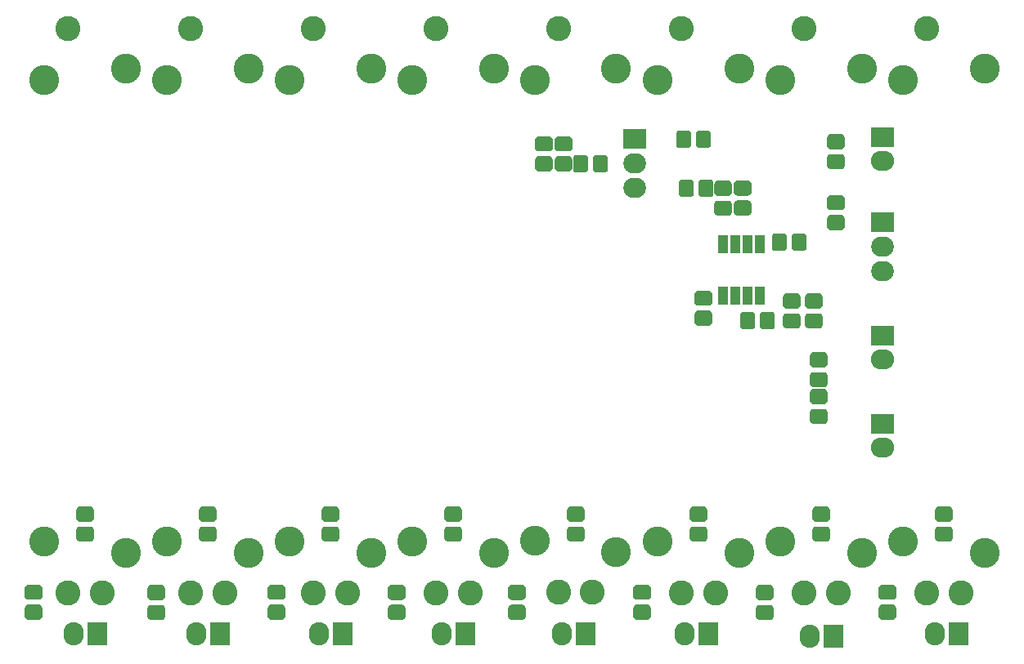
<source format=gbs>
G04 #@! TF.GenerationSoftware,KiCad,Pcbnew,(5.0.0)*
G04 #@! TF.CreationDate,2018-07-30T10:59:50+01:00*
G04 #@! TF.ProjectId,Mixer,4D697865722E6B696361645F70636200,rev?*
G04 #@! TF.SameCoordinates,Original*
G04 #@! TF.FileFunction,Soldermask,Bot*
G04 #@! TF.FilePolarity,Negative*
%FSLAX46Y46*%
G04 Gerber Fmt 4.6, Leading zero omitted, Abs format (unit mm)*
G04 Created by KiCad (PCBNEW (5.0.0)) date 07/30/18 10:59:50*
%MOMM*%
%LPD*%
G01*
G04 APERTURE LIST*
%ADD10C,0.100000*%
%ADD11C,1.550000*%
%ADD12R,2.350000X2.100000*%
%ADD13O,2.350000X2.100000*%
%ADD14O,2.100000X2.400000*%
%ADD15R,2.100000X2.400000*%
%ADD16O,2.400000X2.100000*%
%ADD17R,2.400000X2.100000*%
%ADD18R,1.000000X1.950000*%
%ADD19C,3.100000*%
%ADD20C,2.600000*%
G04 APERTURE END LIST*
D10*
G04 #@! TO.C,R13*
G36*
X131660071Y-32500623D02*
X131692781Y-32505475D01*
X131724857Y-32513509D01*
X131755991Y-32524649D01*
X131785884Y-32538787D01*
X131814247Y-32555787D01*
X131840807Y-32575485D01*
X131865308Y-32597692D01*
X131887515Y-32622193D01*
X131907213Y-32648753D01*
X131924213Y-32677116D01*
X131938351Y-32707009D01*
X131949491Y-32738143D01*
X131957525Y-32770219D01*
X131962377Y-32802929D01*
X131964000Y-32835956D01*
X131964000Y-33712044D01*
X131962377Y-33745071D01*
X131957525Y-33777781D01*
X131949491Y-33809857D01*
X131938351Y-33840991D01*
X131924213Y-33870884D01*
X131907213Y-33899247D01*
X131887515Y-33925807D01*
X131865308Y-33950308D01*
X131840807Y-33972515D01*
X131814247Y-33992213D01*
X131785884Y-34009213D01*
X131755991Y-34023351D01*
X131724857Y-34034491D01*
X131692781Y-34042525D01*
X131660071Y-34047377D01*
X131627044Y-34049000D01*
X130500956Y-34049000D01*
X130467929Y-34047377D01*
X130435219Y-34042525D01*
X130403143Y-34034491D01*
X130372009Y-34023351D01*
X130342116Y-34009213D01*
X130313753Y-33992213D01*
X130287193Y-33972515D01*
X130262692Y-33950308D01*
X130240485Y-33925807D01*
X130220787Y-33899247D01*
X130203787Y-33870884D01*
X130189649Y-33840991D01*
X130178509Y-33809857D01*
X130170475Y-33777781D01*
X130165623Y-33745071D01*
X130164000Y-33712044D01*
X130164000Y-32835956D01*
X130165623Y-32802929D01*
X130170475Y-32770219D01*
X130178509Y-32738143D01*
X130189649Y-32707009D01*
X130203787Y-32677116D01*
X130220787Y-32648753D01*
X130240485Y-32622193D01*
X130262692Y-32597692D01*
X130287193Y-32575485D01*
X130313753Y-32555787D01*
X130342116Y-32538787D01*
X130372009Y-32524649D01*
X130403143Y-32513509D01*
X130435219Y-32505475D01*
X130467929Y-32500623D01*
X130500956Y-32499000D01*
X131627044Y-32499000D01*
X131660071Y-32500623D01*
X131660071Y-32500623D01*
G37*
D11*
X131064000Y-33274000D03*
D10*
G36*
X131660071Y-34550623D02*
X131692781Y-34555475D01*
X131724857Y-34563509D01*
X131755991Y-34574649D01*
X131785884Y-34588787D01*
X131814247Y-34605787D01*
X131840807Y-34625485D01*
X131865308Y-34647692D01*
X131887515Y-34672193D01*
X131907213Y-34698753D01*
X131924213Y-34727116D01*
X131938351Y-34757009D01*
X131949491Y-34788143D01*
X131957525Y-34820219D01*
X131962377Y-34852929D01*
X131964000Y-34885956D01*
X131964000Y-35762044D01*
X131962377Y-35795071D01*
X131957525Y-35827781D01*
X131949491Y-35859857D01*
X131938351Y-35890991D01*
X131924213Y-35920884D01*
X131907213Y-35949247D01*
X131887515Y-35975807D01*
X131865308Y-36000308D01*
X131840807Y-36022515D01*
X131814247Y-36042213D01*
X131785884Y-36059213D01*
X131755991Y-36073351D01*
X131724857Y-36084491D01*
X131692781Y-36092525D01*
X131660071Y-36097377D01*
X131627044Y-36099000D01*
X130500956Y-36099000D01*
X130467929Y-36097377D01*
X130435219Y-36092525D01*
X130403143Y-36084491D01*
X130372009Y-36073351D01*
X130342116Y-36059213D01*
X130313753Y-36042213D01*
X130287193Y-36022515D01*
X130262692Y-36000308D01*
X130240485Y-35975807D01*
X130220787Y-35949247D01*
X130203787Y-35920884D01*
X130189649Y-35890991D01*
X130178509Y-35859857D01*
X130170475Y-35827781D01*
X130165623Y-35795071D01*
X130164000Y-35762044D01*
X130164000Y-34885956D01*
X130165623Y-34852929D01*
X130170475Y-34820219D01*
X130178509Y-34788143D01*
X130189649Y-34757009D01*
X130203787Y-34727116D01*
X130220787Y-34698753D01*
X130240485Y-34672193D01*
X130262692Y-34647692D01*
X130287193Y-34625485D01*
X130313753Y-34605787D01*
X130342116Y-34588787D01*
X130372009Y-34574649D01*
X130403143Y-34563509D01*
X130435219Y-34555475D01*
X130467929Y-34550623D01*
X130500956Y-34549000D01*
X131627044Y-34549000D01*
X131660071Y-34550623D01*
X131660071Y-34550623D01*
G37*
D11*
X131064000Y-35324000D03*
G04 #@! TD*
D10*
G04 #@! TO.C,C16*
G36*
X101434071Y-34786623D02*
X101466781Y-34791475D01*
X101498857Y-34799509D01*
X101529991Y-34810649D01*
X101559884Y-34824787D01*
X101588247Y-34841787D01*
X101614807Y-34861485D01*
X101639308Y-34883692D01*
X101661515Y-34908193D01*
X101681213Y-34934753D01*
X101698213Y-34963116D01*
X101712351Y-34993009D01*
X101723491Y-35024143D01*
X101731525Y-35056219D01*
X101736377Y-35088929D01*
X101738000Y-35121956D01*
X101738000Y-35998044D01*
X101736377Y-36031071D01*
X101731525Y-36063781D01*
X101723491Y-36095857D01*
X101712351Y-36126991D01*
X101698213Y-36156884D01*
X101681213Y-36185247D01*
X101661515Y-36211807D01*
X101639308Y-36236308D01*
X101614807Y-36258515D01*
X101588247Y-36278213D01*
X101559884Y-36295213D01*
X101529991Y-36309351D01*
X101498857Y-36320491D01*
X101466781Y-36328525D01*
X101434071Y-36333377D01*
X101401044Y-36335000D01*
X100274956Y-36335000D01*
X100241929Y-36333377D01*
X100209219Y-36328525D01*
X100177143Y-36320491D01*
X100146009Y-36309351D01*
X100116116Y-36295213D01*
X100087753Y-36278213D01*
X100061193Y-36258515D01*
X100036692Y-36236308D01*
X100014485Y-36211807D01*
X99994787Y-36185247D01*
X99977787Y-36156884D01*
X99963649Y-36126991D01*
X99952509Y-36095857D01*
X99944475Y-36063781D01*
X99939623Y-36031071D01*
X99938000Y-35998044D01*
X99938000Y-35121956D01*
X99939623Y-35088929D01*
X99944475Y-35056219D01*
X99952509Y-35024143D01*
X99963649Y-34993009D01*
X99977787Y-34963116D01*
X99994787Y-34934753D01*
X100014485Y-34908193D01*
X100036692Y-34883692D01*
X100061193Y-34861485D01*
X100087753Y-34841787D01*
X100116116Y-34824787D01*
X100146009Y-34810649D01*
X100177143Y-34799509D01*
X100209219Y-34791475D01*
X100241929Y-34786623D01*
X100274956Y-34785000D01*
X101401044Y-34785000D01*
X101434071Y-34786623D01*
X101434071Y-34786623D01*
G37*
D11*
X100838000Y-35560000D03*
D10*
G36*
X101434071Y-32736623D02*
X101466781Y-32741475D01*
X101498857Y-32749509D01*
X101529991Y-32760649D01*
X101559884Y-32774787D01*
X101588247Y-32791787D01*
X101614807Y-32811485D01*
X101639308Y-32833692D01*
X101661515Y-32858193D01*
X101681213Y-32884753D01*
X101698213Y-32913116D01*
X101712351Y-32943009D01*
X101723491Y-32974143D01*
X101731525Y-33006219D01*
X101736377Y-33038929D01*
X101738000Y-33071956D01*
X101738000Y-33948044D01*
X101736377Y-33981071D01*
X101731525Y-34013781D01*
X101723491Y-34045857D01*
X101712351Y-34076991D01*
X101698213Y-34106884D01*
X101681213Y-34135247D01*
X101661515Y-34161807D01*
X101639308Y-34186308D01*
X101614807Y-34208515D01*
X101588247Y-34228213D01*
X101559884Y-34245213D01*
X101529991Y-34259351D01*
X101498857Y-34270491D01*
X101466781Y-34278525D01*
X101434071Y-34283377D01*
X101401044Y-34285000D01*
X100274956Y-34285000D01*
X100241929Y-34283377D01*
X100209219Y-34278525D01*
X100177143Y-34270491D01*
X100146009Y-34259351D01*
X100116116Y-34245213D01*
X100087753Y-34228213D01*
X100061193Y-34208515D01*
X100036692Y-34186308D01*
X100014485Y-34161807D01*
X99994787Y-34135247D01*
X99977787Y-34106884D01*
X99963649Y-34076991D01*
X99952509Y-34045857D01*
X99944475Y-34013781D01*
X99939623Y-33981071D01*
X99938000Y-33948044D01*
X99938000Y-33071956D01*
X99939623Y-33038929D01*
X99944475Y-33006219D01*
X99952509Y-32974143D01*
X99963649Y-32943009D01*
X99977787Y-32913116D01*
X99994787Y-32884753D01*
X100014485Y-32858193D01*
X100036692Y-32833692D01*
X100061193Y-32811485D01*
X100087753Y-32791787D01*
X100116116Y-32774787D01*
X100146009Y-32760649D01*
X100177143Y-32749509D01*
X100209219Y-32741475D01*
X100241929Y-32736623D01*
X100274956Y-32735000D01*
X101401044Y-32735000D01*
X101434071Y-32736623D01*
X101434071Y-32736623D01*
G37*
D11*
X100838000Y-33510000D03*
G04 #@! TD*
D10*
G04 #@! TO.C,C15*
G36*
X122008071Y-39367623D02*
X122040781Y-39372475D01*
X122072857Y-39380509D01*
X122103991Y-39391649D01*
X122133884Y-39405787D01*
X122162247Y-39422787D01*
X122188807Y-39442485D01*
X122213308Y-39464692D01*
X122235515Y-39489193D01*
X122255213Y-39515753D01*
X122272213Y-39544116D01*
X122286351Y-39574009D01*
X122297491Y-39605143D01*
X122305525Y-39637219D01*
X122310377Y-39669929D01*
X122312000Y-39702956D01*
X122312000Y-40579044D01*
X122310377Y-40612071D01*
X122305525Y-40644781D01*
X122297491Y-40676857D01*
X122286351Y-40707991D01*
X122272213Y-40737884D01*
X122255213Y-40766247D01*
X122235515Y-40792807D01*
X122213308Y-40817308D01*
X122188807Y-40839515D01*
X122162247Y-40859213D01*
X122133884Y-40876213D01*
X122103991Y-40890351D01*
X122072857Y-40901491D01*
X122040781Y-40909525D01*
X122008071Y-40914377D01*
X121975044Y-40916000D01*
X120848956Y-40916000D01*
X120815929Y-40914377D01*
X120783219Y-40909525D01*
X120751143Y-40901491D01*
X120720009Y-40890351D01*
X120690116Y-40876213D01*
X120661753Y-40859213D01*
X120635193Y-40839515D01*
X120610692Y-40817308D01*
X120588485Y-40792807D01*
X120568787Y-40766247D01*
X120551787Y-40737884D01*
X120537649Y-40707991D01*
X120526509Y-40676857D01*
X120518475Y-40644781D01*
X120513623Y-40612071D01*
X120512000Y-40579044D01*
X120512000Y-39702956D01*
X120513623Y-39669929D01*
X120518475Y-39637219D01*
X120526509Y-39605143D01*
X120537649Y-39574009D01*
X120551787Y-39544116D01*
X120568787Y-39515753D01*
X120588485Y-39489193D01*
X120610692Y-39464692D01*
X120635193Y-39442485D01*
X120661753Y-39422787D01*
X120690116Y-39405787D01*
X120720009Y-39391649D01*
X120751143Y-39380509D01*
X120783219Y-39372475D01*
X120815929Y-39367623D01*
X120848956Y-39366000D01*
X121975044Y-39366000D01*
X122008071Y-39367623D01*
X122008071Y-39367623D01*
G37*
D11*
X121412000Y-40141000D03*
D10*
G36*
X122008071Y-37317623D02*
X122040781Y-37322475D01*
X122072857Y-37330509D01*
X122103991Y-37341649D01*
X122133884Y-37355787D01*
X122162247Y-37372787D01*
X122188807Y-37392485D01*
X122213308Y-37414692D01*
X122235515Y-37439193D01*
X122255213Y-37465753D01*
X122272213Y-37494116D01*
X122286351Y-37524009D01*
X122297491Y-37555143D01*
X122305525Y-37587219D01*
X122310377Y-37619929D01*
X122312000Y-37652956D01*
X122312000Y-38529044D01*
X122310377Y-38562071D01*
X122305525Y-38594781D01*
X122297491Y-38626857D01*
X122286351Y-38657991D01*
X122272213Y-38687884D01*
X122255213Y-38716247D01*
X122235515Y-38742807D01*
X122213308Y-38767308D01*
X122188807Y-38789515D01*
X122162247Y-38809213D01*
X122133884Y-38826213D01*
X122103991Y-38840351D01*
X122072857Y-38851491D01*
X122040781Y-38859525D01*
X122008071Y-38864377D01*
X121975044Y-38866000D01*
X120848956Y-38866000D01*
X120815929Y-38864377D01*
X120783219Y-38859525D01*
X120751143Y-38851491D01*
X120720009Y-38840351D01*
X120690116Y-38826213D01*
X120661753Y-38809213D01*
X120635193Y-38789515D01*
X120610692Y-38767308D01*
X120588485Y-38742807D01*
X120568787Y-38716247D01*
X120551787Y-38687884D01*
X120537649Y-38657991D01*
X120526509Y-38626857D01*
X120518475Y-38594781D01*
X120513623Y-38562071D01*
X120512000Y-38529044D01*
X120512000Y-37652956D01*
X120513623Y-37619929D01*
X120518475Y-37587219D01*
X120526509Y-37555143D01*
X120537649Y-37524009D01*
X120551787Y-37494116D01*
X120568787Y-37465753D01*
X120588485Y-37439193D01*
X120610692Y-37414692D01*
X120635193Y-37392485D01*
X120661753Y-37372787D01*
X120690116Y-37355787D01*
X120720009Y-37341649D01*
X120751143Y-37330509D01*
X120783219Y-37322475D01*
X120815929Y-37317623D01*
X120848956Y-37316000D01*
X121975044Y-37316000D01*
X122008071Y-37317623D01*
X122008071Y-37317623D01*
G37*
D11*
X121412000Y-38091000D03*
G04 #@! TD*
D10*
G04 #@! TO.C,C14*
G36*
X103466071Y-34786623D02*
X103498781Y-34791475D01*
X103530857Y-34799509D01*
X103561991Y-34810649D01*
X103591884Y-34824787D01*
X103620247Y-34841787D01*
X103646807Y-34861485D01*
X103671308Y-34883692D01*
X103693515Y-34908193D01*
X103713213Y-34934753D01*
X103730213Y-34963116D01*
X103744351Y-34993009D01*
X103755491Y-35024143D01*
X103763525Y-35056219D01*
X103768377Y-35088929D01*
X103770000Y-35121956D01*
X103770000Y-35998044D01*
X103768377Y-36031071D01*
X103763525Y-36063781D01*
X103755491Y-36095857D01*
X103744351Y-36126991D01*
X103730213Y-36156884D01*
X103713213Y-36185247D01*
X103693515Y-36211807D01*
X103671308Y-36236308D01*
X103646807Y-36258515D01*
X103620247Y-36278213D01*
X103591884Y-36295213D01*
X103561991Y-36309351D01*
X103530857Y-36320491D01*
X103498781Y-36328525D01*
X103466071Y-36333377D01*
X103433044Y-36335000D01*
X102306956Y-36335000D01*
X102273929Y-36333377D01*
X102241219Y-36328525D01*
X102209143Y-36320491D01*
X102178009Y-36309351D01*
X102148116Y-36295213D01*
X102119753Y-36278213D01*
X102093193Y-36258515D01*
X102068692Y-36236308D01*
X102046485Y-36211807D01*
X102026787Y-36185247D01*
X102009787Y-36156884D01*
X101995649Y-36126991D01*
X101984509Y-36095857D01*
X101976475Y-36063781D01*
X101971623Y-36031071D01*
X101970000Y-35998044D01*
X101970000Y-35121956D01*
X101971623Y-35088929D01*
X101976475Y-35056219D01*
X101984509Y-35024143D01*
X101995649Y-34993009D01*
X102009787Y-34963116D01*
X102026787Y-34934753D01*
X102046485Y-34908193D01*
X102068692Y-34883692D01*
X102093193Y-34861485D01*
X102119753Y-34841787D01*
X102148116Y-34824787D01*
X102178009Y-34810649D01*
X102209143Y-34799509D01*
X102241219Y-34791475D01*
X102273929Y-34786623D01*
X102306956Y-34785000D01*
X103433044Y-34785000D01*
X103466071Y-34786623D01*
X103466071Y-34786623D01*
G37*
D11*
X102870000Y-35560000D03*
D10*
G36*
X103466071Y-32736623D02*
X103498781Y-32741475D01*
X103530857Y-32749509D01*
X103561991Y-32760649D01*
X103591884Y-32774787D01*
X103620247Y-32791787D01*
X103646807Y-32811485D01*
X103671308Y-32833692D01*
X103693515Y-32858193D01*
X103713213Y-32884753D01*
X103730213Y-32913116D01*
X103744351Y-32943009D01*
X103755491Y-32974143D01*
X103763525Y-33006219D01*
X103768377Y-33038929D01*
X103770000Y-33071956D01*
X103770000Y-33948044D01*
X103768377Y-33981071D01*
X103763525Y-34013781D01*
X103755491Y-34045857D01*
X103744351Y-34076991D01*
X103730213Y-34106884D01*
X103713213Y-34135247D01*
X103693515Y-34161807D01*
X103671308Y-34186308D01*
X103646807Y-34208515D01*
X103620247Y-34228213D01*
X103591884Y-34245213D01*
X103561991Y-34259351D01*
X103530857Y-34270491D01*
X103498781Y-34278525D01*
X103466071Y-34283377D01*
X103433044Y-34285000D01*
X102306956Y-34285000D01*
X102273929Y-34283377D01*
X102241219Y-34278525D01*
X102209143Y-34270491D01*
X102178009Y-34259351D01*
X102148116Y-34245213D01*
X102119753Y-34228213D01*
X102093193Y-34208515D01*
X102068692Y-34186308D01*
X102046485Y-34161807D01*
X102026787Y-34135247D01*
X102009787Y-34106884D01*
X101995649Y-34076991D01*
X101984509Y-34045857D01*
X101976475Y-34013781D01*
X101971623Y-33981071D01*
X101970000Y-33948044D01*
X101970000Y-33071956D01*
X101971623Y-33038929D01*
X101976475Y-33006219D01*
X101984509Y-32974143D01*
X101995649Y-32943009D01*
X102009787Y-32913116D01*
X102026787Y-32884753D01*
X102046485Y-32858193D01*
X102068692Y-32833692D01*
X102093193Y-32811485D01*
X102119753Y-32791787D01*
X102148116Y-32774787D01*
X102178009Y-32760649D01*
X102209143Y-32749509D01*
X102241219Y-32741475D01*
X102273929Y-32736623D01*
X102306956Y-32735000D01*
X103433044Y-32735000D01*
X103466071Y-32736623D01*
X103466071Y-32736623D01*
G37*
D11*
X102870000Y-33510000D03*
G04 #@! TD*
D10*
G04 #@! TO.C,C13*
G36*
X119976071Y-39376623D02*
X120008781Y-39381475D01*
X120040857Y-39389509D01*
X120071991Y-39400649D01*
X120101884Y-39414787D01*
X120130247Y-39431787D01*
X120156807Y-39451485D01*
X120181308Y-39473692D01*
X120203515Y-39498193D01*
X120223213Y-39524753D01*
X120240213Y-39553116D01*
X120254351Y-39583009D01*
X120265491Y-39614143D01*
X120273525Y-39646219D01*
X120278377Y-39678929D01*
X120280000Y-39711956D01*
X120280000Y-40588044D01*
X120278377Y-40621071D01*
X120273525Y-40653781D01*
X120265491Y-40685857D01*
X120254351Y-40716991D01*
X120240213Y-40746884D01*
X120223213Y-40775247D01*
X120203515Y-40801807D01*
X120181308Y-40826308D01*
X120156807Y-40848515D01*
X120130247Y-40868213D01*
X120101884Y-40885213D01*
X120071991Y-40899351D01*
X120040857Y-40910491D01*
X120008781Y-40918525D01*
X119976071Y-40923377D01*
X119943044Y-40925000D01*
X118816956Y-40925000D01*
X118783929Y-40923377D01*
X118751219Y-40918525D01*
X118719143Y-40910491D01*
X118688009Y-40899351D01*
X118658116Y-40885213D01*
X118629753Y-40868213D01*
X118603193Y-40848515D01*
X118578692Y-40826308D01*
X118556485Y-40801807D01*
X118536787Y-40775247D01*
X118519787Y-40746884D01*
X118505649Y-40716991D01*
X118494509Y-40685857D01*
X118486475Y-40653781D01*
X118481623Y-40621071D01*
X118480000Y-40588044D01*
X118480000Y-39711956D01*
X118481623Y-39678929D01*
X118486475Y-39646219D01*
X118494509Y-39614143D01*
X118505649Y-39583009D01*
X118519787Y-39553116D01*
X118536787Y-39524753D01*
X118556485Y-39498193D01*
X118578692Y-39473692D01*
X118603193Y-39451485D01*
X118629753Y-39431787D01*
X118658116Y-39414787D01*
X118688009Y-39400649D01*
X118719143Y-39389509D01*
X118751219Y-39381475D01*
X118783929Y-39376623D01*
X118816956Y-39375000D01*
X119943044Y-39375000D01*
X119976071Y-39376623D01*
X119976071Y-39376623D01*
G37*
D11*
X119380000Y-40150000D03*
D10*
G36*
X119976071Y-37326623D02*
X120008781Y-37331475D01*
X120040857Y-37339509D01*
X120071991Y-37350649D01*
X120101884Y-37364787D01*
X120130247Y-37381787D01*
X120156807Y-37401485D01*
X120181308Y-37423692D01*
X120203515Y-37448193D01*
X120223213Y-37474753D01*
X120240213Y-37503116D01*
X120254351Y-37533009D01*
X120265491Y-37564143D01*
X120273525Y-37596219D01*
X120278377Y-37628929D01*
X120280000Y-37661956D01*
X120280000Y-38538044D01*
X120278377Y-38571071D01*
X120273525Y-38603781D01*
X120265491Y-38635857D01*
X120254351Y-38666991D01*
X120240213Y-38696884D01*
X120223213Y-38725247D01*
X120203515Y-38751807D01*
X120181308Y-38776308D01*
X120156807Y-38798515D01*
X120130247Y-38818213D01*
X120101884Y-38835213D01*
X120071991Y-38849351D01*
X120040857Y-38860491D01*
X120008781Y-38868525D01*
X119976071Y-38873377D01*
X119943044Y-38875000D01*
X118816956Y-38875000D01*
X118783929Y-38873377D01*
X118751219Y-38868525D01*
X118719143Y-38860491D01*
X118688009Y-38849351D01*
X118658116Y-38835213D01*
X118629753Y-38818213D01*
X118603193Y-38798515D01*
X118578692Y-38776308D01*
X118556485Y-38751807D01*
X118536787Y-38725247D01*
X118519787Y-38696884D01*
X118505649Y-38666991D01*
X118494509Y-38635857D01*
X118486475Y-38603781D01*
X118481623Y-38571071D01*
X118480000Y-38538044D01*
X118480000Y-37661956D01*
X118481623Y-37628929D01*
X118486475Y-37596219D01*
X118494509Y-37564143D01*
X118505649Y-37533009D01*
X118519787Y-37503116D01*
X118536787Y-37474753D01*
X118556485Y-37448193D01*
X118578692Y-37423692D01*
X118603193Y-37401485D01*
X118629753Y-37381787D01*
X118658116Y-37364787D01*
X118688009Y-37350649D01*
X118719143Y-37339509D01*
X118751219Y-37331475D01*
X118783929Y-37326623D01*
X118816956Y-37325000D01*
X119943044Y-37325000D01*
X119976071Y-37326623D01*
X119976071Y-37326623D01*
G37*
D11*
X119380000Y-38100000D03*
G04 #@! TD*
D12*
G04 #@! TO.C,J12*
X110236000Y-33020000D03*
D13*
X110236000Y-35520000D03*
X110236000Y-38020000D03*
G04 #@! TD*
D10*
G04 #@! TO.C,L1*
G36*
X116041071Y-37201623D02*
X116073781Y-37206475D01*
X116105857Y-37214509D01*
X116136991Y-37225649D01*
X116166884Y-37239787D01*
X116195247Y-37256787D01*
X116221807Y-37276485D01*
X116246308Y-37298692D01*
X116268515Y-37323193D01*
X116288213Y-37349753D01*
X116305213Y-37378116D01*
X116319351Y-37408009D01*
X116330491Y-37439143D01*
X116338525Y-37471219D01*
X116343377Y-37503929D01*
X116345000Y-37536956D01*
X116345000Y-38663044D01*
X116343377Y-38696071D01*
X116338525Y-38728781D01*
X116330491Y-38760857D01*
X116319351Y-38791991D01*
X116305213Y-38821884D01*
X116288213Y-38850247D01*
X116268515Y-38876807D01*
X116246308Y-38901308D01*
X116221807Y-38923515D01*
X116195247Y-38943213D01*
X116166884Y-38960213D01*
X116136991Y-38974351D01*
X116105857Y-38985491D01*
X116073781Y-38993525D01*
X116041071Y-38998377D01*
X116008044Y-39000000D01*
X115131956Y-39000000D01*
X115098929Y-38998377D01*
X115066219Y-38993525D01*
X115034143Y-38985491D01*
X115003009Y-38974351D01*
X114973116Y-38960213D01*
X114944753Y-38943213D01*
X114918193Y-38923515D01*
X114893692Y-38901308D01*
X114871485Y-38876807D01*
X114851787Y-38850247D01*
X114834787Y-38821884D01*
X114820649Y-38791991D01*
X114809509Y-38760857D01*
X114801475Y-38728781D01*
X114796623Y-38696071D01*
X114795000Y-38663044D01*
X114795000Y-37536956D01*
X114796623Y-37503929D01*
X114801475Y-37471219D01*
X114809509Y-37439143D01*
X114820649Y-37408009D01*
X114834787Y-37378116D01*
X114851787Y-37349753D01*
X114871485Y-37323193D01*
X114893692Y-37298692D01*
X114918193Y-37276485D01*
X114944753Y-37256787D01*
X114973116Y-37239787D01*
X115003009Y-37225649D01*
X115034143Y-37214509D01*
X115066219Y-37206475D01*
X115098929Y-37201623D01*
X115131956Y-37200000D01*
X116008044Y-37200000D01*
X116041071Y-37201623D01*
X116041071Y-37201623D01*
G37*
D11*
X115570000Y-38100000D03*
D10*
G36*
X118091071Y-37201623D02*
X118123781Y-37206475D01*
X118155857Y-37214509D01*
X118186991Y-37225649D01*
X118216884Y-37239787D01*
X118245247Y-37256787D01*
X118271807Y-37276485D01*
X118296308Y-37298692D01*
X118318515Y-37323193D01*
X118338213Y-37349753D01*
X118355213Y-37378116D01*
X118369351Y-37408009D01*
X118380491Y-37439143D01*
X118388525Y-37471219D01*
X118393377Y-37503929D01*
X118395000Y-37536956D01*
X118395000Y-38663044D01*
X118393377Y-38696071D01*
X118388525Y-38728781D01*
X118380491Y-38760857D01*
X118369351Y-38791991D01*
X118355213Y-38821884D01*
X118338213Y-38850247D01*
X118318515Y-38876807D01*
X118296308Y-38901308D01*
X118271807Y-38923515D01*
X118245247Y-38943213D01*
X118216884Y-38960213D01*
X118186991Y-38974351D01*
X118155857Y-38985491D01*
X118123781Y-38993525D01*
X118091071Y-38998377D01*
X118058044Y-39000000D01*
X117181956Y-39000000D01*
X117148929Y-38998377D01*
X117116219Y-38993525D01*
X117084143Y-38985491D01*
X117053009Y-38974351D01*
X117023116Y-38960213D01*
X116994753Y-38943213D01*
X116968193Y-38923515D01*
X116943692Y-38901308D01*
X116921485Y-38876807D01*
X116901787Y-38850247D01*
X116884787Y-38821884D01*
X116870649Y-38791991D01*
X116859509Y-38760857D01*
X116851475Y-38728781D01*
X116846623Y-38696071D01*
X116845000Y-38663044D01*
X116845000Y-37536956D01*
X116846623Y-37503929D01*
X116851475Y-37471219D01*
X116859509Y-37439143D01*
X116870649Y-37408009D01*
X116884787Y-37378116D01*
X116901787Y-37349753D01*
X116921485Y-37323193D01*
X116943692Y-37298692D01*
X116968193Y-37276485D01*
X116994753Y-37256787D01*
X117023116Y-37239787D01*
X117053009Y-37225649D01*
X117084143Y-37214509D01*
X117116219Y-37206475D01*
X117148929Y-37201623D01*
X117181956Y-37200000D01*
X118058044Y-37200000D01*
X118091071Y-37201623D01*
X118091071Y-37201623D01*
G37*
D11*
X117620000Y-38100000D03*
G04 #@! TD*
D10*
G04 #@! TO.C,L2*
G36*
X105101071Y-34661623D02*
X105133781Y-34666475D01*
X105165857Y-34674509D01*
X105196991Y-34685649D01*
X105226884Y-34699787D01*
X105255247Y-34716787D01*
X105281807Y-34736485D01*
X105306308Y-34758692D01*
X105328515Y-34783193D01*
X105348213Y-34809753D01*
X105365213Y-34838116D01*
X105379351Y-34868009D01*
X105390491Y-34899143D01*
X105398525Y-34931219D01*
X105403377Y-34963929D01*
X105405000Y-34996956D01*
X105405000Y-36123044D01*
X105403377Y-36156071D01*
X105398525Y-36188781D01*
X105390491Y-36220857D01*
X105379351Y-36251991D01*
X105365213Y-36281884D01*
X105348213Y-36310247D01*
X105328515Y-36336807D01*
X105306308Y-36361308D01*
X105281807Y-36383515D01*
X105255247Y-36403213D01*
X105226884Y-36420213D01*
X105196991Y-36434351D01*
X105165857Y-36445491D01*
X105133781Y-36453525D01*
X105101071Y-36458377D01*
X105068044Y-36460000D01*
X104191956Y-36460000D01*
X104158929Y-36458377D01*
X104126219Y-36453525D01*
X104094143Y-36445491D01*
X104063009Y-36434351D01*
X104033116Y-36420213D01*
X104004753Y-36403213D01*
X103978193Y-36383515D01*
X103953692Y-36361308D01*
X103931485Y-36336807D01*
X103911787Y-36310247D01*
X103894787Y-36281884D01*
X103880649Y-36251991D01*
X103869509Y-36220857D01*
X103861475Y-36188781D01*
X103856623Y-36156071D01*
X103855000Y-36123044D01*
X103855000Y-34996956D01*
X103856623Y-34963929D01*
X103861475Y-34931219D01*
X103869509Y-34899143D01*
X103880649Y-34868009D01*
X103894787Y-34838116D01*
X103911787Y-34809753D01*
X103931485Y-34783193D01*
X103953692Y-34758692D01*
X103978193Y-34736485D01*
X104004753Y-34716787D01*
X104033116Y-34699787D01*
X104063009Y-34685649D01*
X104094143Y-34674509D01*
X104126219Y-34666475D01*
X104158929Y-34661623D01*
X104191956Y-34660000D01*
X105068044Y-34660000D01*
X105101071Y-34661623D01*
X105101071Y-34661623D01*
G37*
D11*
X104630000Y-35560000D03*
D10*
G36*
X107151071Y-34661623D02*
X107183781Y-34666475D01*
X107215857Y-34674509D01*
X107246991Y-34685649D01*
X107276884Y-34699787D01*
X107305247Y-34716787D01*
X107331807Y-34736485D01*
X107356308Y-34758692D01*
X107378515Y-34783193D01*
X107398213Y-34809753D01*
X107415213Y-34838116D01*
X107429351Y-34868009D01*
X107440491Y-34899143D01*
X107448525Y-34931219D01*
X107453377Y-34963929D01*
X107455000Y-34996956D01*
X107455000Y-36123044D01*
X107453377Y-36156071D01*
X107448525Y-36188781D01*
X107440491Y-36220857D01*
X107429351Y-36251991D01*
X107415213Y-36281884D01*
X107398213Y-36310247D01*
X107378515Y-36336807D01*
X107356308Y-36361308D01*
X107331807Y-36383515D01*
X107305247Y-36403213D01*
X107276884Y-36420213D01*
X107246991Y-36434351D01*
X107215857Y-36445491D01*
X107183781Y-36453525D01*
X107151071Y-36458377D01*
X107118044Y-36460000D01*
X106241956Y-36460000D01*
X106208929Y-36458377D01*
X106176219Y-36453525D01*
X106144143Y-36445491D01*
X106113009Y-36434351D01*
X106083116Y-36420213D01*
X106054753Y-36403213D01*
X106028193Y-36383515D01*
X106003692Y-36361308D01*
X105981485Y-36336807D01*
X105961787Y-36310247D01*
X105944787Y-36281884D01*
X105930649Y-36251991D01*
X105919509Y-36220857D01*
X105911475Y-36188781D01*
X105906623Y-36156071D01*
X105905000Y-36123044D01*
X105905000Y-34996956D01*
X105906623Y-34963929D01*
X105911475Y-34931219D01*
X105919509Y-34899143D01*
X105930649Y-34868009D01*
X105944787Y-34838116D01*
X105961787Y-34809753D01*
X105981485Y-34783193D01*
X106003692Y-34758692D01*
X106028193Y-34736485D01*
X106054753Y-34716787D01*
X106083116Y-34699787D01*
X106113009Y-34685649D01*
X106144143Y-34674509D01*
X106176219Y-34666475D01*
X106208929Y-34661623D01*
X106241956Y-34660000D01*
X107118044Y-34660000D01*
X107151071Y-34661623D01*
X107151071Y-34661623D01*
G37*
D11*
X106680000Y-35560000D03*
G04 #@! TD*
D10*
G04 #@! TO.C,L3*
G36*
X115769071Y-32121623D02*
X115801781Y-32126475D01*
X115833857Y-32134509D01*
X115864991Y-32145649D01*
X115894884Y-32159787D01*
X115923247Y-32176787D01*
X115949807Y-32196485D01*
X115974308Y-32218692D01*
X115996515Y-32243193D01*
X116016213Y-32269753D01*
X116033213Y-32298116D01*
X116047351Y-32328009D01*
X116058491Y-32359143D01*
X116066525Y-32391219D01*
X116071377Y-32423929D01*
X116073000Y-32456956D01*
X116073000Y-33583044D01*
X116071377Y-33616071D01*
X116066525Y-33648781D01*
X116058491Y-33680857D01*
X116047351Y-33711991D01*
X116033213Y-33741884D01*
X116016213Y-33770247D01*
X115996515Y-33796807D01*
X115974308Y-33821308D01*
X115949807Y-33843515D01*
X115923247Y-33863213D01*
X115894884Y-33880213D01*
X115864991Y-33894351D01*
X115833857Y-33905491D01*
X115801781Y-33913525D01*
X115769071Y-33918377D01*
X115736044Y-33920000D01*
X114859956Y-33920000D01*
X114826929Y-33918377D01*
X114794219Y-33913525D01*
X114762143Y-33905491D01*
X114731009Y-33894351D01*
X114701116Y-33880213D01*
X114672753Y-33863213D01*
X114646193Y-33843515D01*
X114621692Y-33821308D01*
X114599485Y-33796807D01*
X114579787Y-33770247D01*
X114562787Y-33741884D01*
X114548649Y-33711991D01*
X114537509Y-33680857D01*
X114529475Y-33648781D01*
X114524623Y-33616071D01*
X114523000Y-33583044D01*
X114523000Y-32456956D01*
X114524623Y-32423929D01*
X114529475Y-32391219D01*
X114537509Y-32359143D01*
X114548649Y-32328009D01*
X114562787Y-32298116D01*
X114579787Y-32269753D01*
X114599485Y-32243193D01*
X114621692Y-32218692D01*
X114646193Y-32196485D01*
X114672753Y-32176787D01*
X114701116Y-32159787D01*
X114731009Y-32145649D01*
X114762143Y-32134509D01*
X114794219Y-32126475D01*
X114826929Y-32121623D01*
X114859956Y-32120000D01*
X115736044Y-32120000D01*
X115769071Y-32121623D01*
X115769071Y-32121623D01*
G37*
D11*
X115298000Y-33020000D03*
D10*
G36*
X117819071Y-32121623D02*
X117851781Y-32126475D01*
X117883857Y-32134509D01*
X117914991Y-32145649D01*
X117944884Y-32159787D01*
X117973247Y-32176787D01*
X117999807Y-32196485D01*
X118024308Y-32218692D01*
X118046515Y-32243193D01*
X118066213Y-32269753D01*
X118083213Y-32298116D01*
X118097351Y-32328009D01*
X118108491Y-32359143D01*
X118116525Y-32391219D01*
X118121377Y-32423929D01*
X118123000Y-32456956D01*
X118123000Y-33583044D01*
X118121377Y-33616071D01*
X118116525Y-33648781D01*
X118108491Y-33680857D01*
X118097351Y-33711991D01*
X118083213Y-33741884D01*
X118066213Y-33770247D01*
X118046515Y-33796807D01*
X118024308Y-33821308D01*
X117999807Y-33843515D01*
X117973247Y-33863213D01*
X117944884Y-33880213D01*
X117914991Y-33894351D01*
X117883857Y-33905491D01*
X117851781Y-33913525D01*
X117819071Y-33918377D01*
X117786044Y-33920000D01*
X116909956Y-33920000D01*
X116876929Y-33918377D01*
X116844219Y-33913525D01*
X116812143Y-33905491D01*
X116781009Y-33894351D01*
X116751116Y-33880213D01*
X116722753Y-33863213D01*
X116696193Y-33843515D01*
X116671692Y-33821308D01*
X116649485Y-33796807D01*
X116629787Y-33770247D01*
X116612787Y-33741884D01*
X116598649Y-33711991D01*
X116587509Y-33680857D01*
X116579475Y-33648781D01*
X116574623Y-33616071D01*
X116573000Y-33583044D01*
X116573000Y-32456956D01*
X116574623Y-32423929D01*
X116579475Y-32391219D01*
X116587509Y-32359143D01*
X116598649Y-32328009D01*
X116612787Y-32298116D01*
X116629787Y-32269753D01*
X116649485Y-32243193D01*
X116671692Y-32218692D01*
X116696193Y-32196485D01*
X116722753Y-32176787D01*
X116751116Y-32159787D01*
X116781009Y-32145649D01*
X116812143Y-32134509D01*
X116844219Y-32126475D01*
X116876929Y-32121623D01*
X116909956Y-32120000D01*
X117786044Y-32120000D01*
X117819071Y-32121623D01*
X117819071Y-32121623D01*
G37*
D11*
X117348000Y-33020000D03*
G04 #@! TD*
D12*
G04 #@! TO.C,RV9*
X135890000Y-41656000D03*
D13*
X135890000Y-44156000D03*
X135890000Y-46656000D03*
G04 #@! TD*
D10*
G04 #@! TO.C,C12*
G36*
X131660071Y-38832623D02*
X131692781Y-38837475D01*
X131724857Y-38845509D01*
X131755991Y-38856649D01*
X131785884Y-38870787D01*
X131814247Y-38887787D01*
X131840807Y-38907485D01*
X131865308Y-38929692D01*
X131887515Y-38954193D01*
X131907213Y-38980753D01*
X131924213Y-39009116D01*
X131938351Y-39039009D01*
X131949491Y-39070143D01*
X131957525Y-39102219D01*
X131962377Y-39134929D01*
X131964000Y-39167956D01*
X131964000Y-40044044D01*
X131962377Y-40077071D01*
X131957525Y-40109781D01*
X131949491Y-40141857D01*
X131938351Y-40172991D01*
X131924213Y-40202884D01*
X131907213Y-40231247D01*
X131887515Y-40257807D01*
X131865308Y-40282308D01*
X131840807Y-40304515D01*
X131814247Y-40324213D01*
X131785884Y-40341213D01*
X131755991Y-40355351D01*
X131724857Y-40366491D01*
X131692781Y-40374525D01*
X131660071Y-40379377D01*
X131627044Y-40381000D01*
X130500956Y-40381000D01*
X130467929Y-40379377D01*
X130435219Y-40374525D01*
X130403143Y-40366491D01*
X130372009Y-40355351D01*
X130342116Y-40341213D01*
X130313753Y-40324213D01*
X130287193Y-40304515D01*
X130262692Y-40282308D01*
X130240485Y-40257807D01*
X130220787Y-40231247D01*
X130203787Y-40202884D01*
X130189649Y-40172991D01*
X130178509Y-40141857D01*
X130170475Y-40109781D01*
X130165623Y-40077071D01*
X130164000Y-40044044D01*
X130164000Y-39167956D01*
X130165623Y-39134929D01*
X130170475Y-39102219D01*
X130178509Y-39070143D01*
X130189649Y-39039009D01*
X130203787Y-39009116D01*
X130220787Y-38980753D01*
X130240485Y-38954193D01*
X130262692Y-38929692D01*
X130287193Y-38907485D01*
X130313753Y-38887787D01*
X130342116Y-38870787D01*
X130372009Y-38856649D01*
X130403143Y-38845509D01*
X130435219Y-38837475D01*
X130467929Y-38832623D01*
X130500956Y-38831000D01*
X131627044Y-38831000D01*
X131660071Y-38832623D01*
X131660071Y-38832623D01*
G37*
D11*
X131064000Y-39606000D03*
D10*
G36*
X131660071Y-40882623D02*
X131692781Y-40887475D01*
X131724857Y-40895509D01*
X131755991Y-40906649D01*
X131785884Y-40920787D01*
X131814247Y-40937787D01*
X131840807Y-40957485D01*
X131865308Y-40979692D01*
X131887515Y-41004193D01*
X131907213Y-41030753D01*
X131924213Y-41059116D01*
X131938351Y-41089009D01*
X131949491Y-41120143D01*
X131957525Y-41152219D01*
X131962377Y-41184929D01*
X131964000Y-41217956D01*
X131964000Y-42094044D01*
X131962377Y-42127071D01*
X131957525Y-42159781D01*
X131949491Y-42191857D01*
X131938351Y-42222991D01*
X131924213Y-42252884D01*
X131907213Y-42281247D01*
X131887515Y-42307807D01*
X131865308Y-42332308D01*
X131840807Y-42354515D01*
X131814247Y-42374213D01*
X131785884Y-42391213D01*
X131755991Y-42405351D01*
X131724857Y-42416491D01*
X131692781Y-42424525D01*
X131660071Y-42429377D01*
X131627044Y-42431000D01*
X130500956Y-42431000D01*
X130467929Y-42429377D01*
X130435219Y-42424525D01*
X130403143Y-42416491D01*
X130372009Y-42405351D01*
X130342116Y-42391213D01*
X130313753Y-42374213D01*
X130287193Y-42354515D01*
X130262692Y-42332308D01*
X130240485Y-42307807D01*
X130220787Y-42281247D01*
X130203787Y-42252884D01*
X130189649Y-42222991D01*
X130178509Y-42191857D01*
X130170475Y-42159781D01*
X130165623Y-42127071D01*
X130164000Y-42094044D01*
X130164000Y-41217956D01*
X130165623Y-41184929D01*
X130170475Y-41152219D01*
X130178509Y-41120143D01*
X130189649Y-41089009D01*
X130203787Y-41059116D01*
X130220787Y-41030753D01*
X130240485Y-41004193D01*
X130262692Y-40979692D01*
X130287193Y-40957485D01*
X130313753Y-40937787D01*
X130342116Y-40920787D01*
X130372009Y-40906649D01*
X130403143Y-40895509D01*
X130435219Y-40887475D01*
X130467929Y-40882623D01*
X130500956Y-40881000D01*
X131627044Y-40881000D01*
X131660071Y-40882623D01*
X131660071Y-40882623D01*
G37*
D11*
X131064000Y-41656000D03*
G04 #@! TD*
D10*
G04 #@! TO.C,C11*
G36*
X127088071Y-49010623D02*
X127120781Y-49015475D01*
X127152857Y-49023509D01*
X127183991Y-49034649D01*
X127213884Y-49048787D01*
X127242247Y-49065787D01*
X127268807Y-49085485D01*
X127293308Y-49107692D01*
X127315515Y-49132193D01*
X127335213Y-49158753D01*
X127352213Y-49187116D01*
X127366351Y-49217009D01*
X127377491Y-49248143D01*
X127385525Y-49280219D01*
X127390377Y-49312929D01*
X127392000Y-49345956D01*
X127392000Y-50222044D01*
X127390377Y-50255071D01*
X127385525Y-50287781D01*
X127377491Y-50319857D01*
X127366351Y-50350991D01*
X127352213Y-50380884D01*
X127335213Y-50409247D01*
X127315515Y-50435807D01*
X127293308Y-50460308D01*
X127268807Y-50482515D01*
X127242247Y-50502213D01*
X127213884Y-50519213D01*
X127183991Y-50533351D01*
X127152857Y-50544491D01*
X127120781Y-50552525D01*
X127088071Y-50557377D01*
X127055044Y-50559000D01*
X125928956Y-50559000D01*
X125895929Y-50557377D01*
X125863219Y-50552525D01*
X125831143Y-50544491D01*
X125800009Y-50533351D01*
X125770116Y-50519213D01*
X125741753Y-50502213D01*
X125715193Y-50482515D01*
X125690692Y-50460308D01*
X125668485Y-50435807D01*
X125648787Y-50409247D01*
X125631787Y-50380884D01*
X125617649Y-50350991D01*
X125606509Y-50319857D01*
X125598475Y-50287781D01*
X125593623Y-50255071D01*
X125592000Y-50222044D01*
X125592000Y-49345956D01*
X125593623Y-49312929D01*
X125598475Y-49280219D01*
X125606509Y-49248143D01*
X125617649Y-49217009D01*
X125631787Y-49187116D01*
X125648787Y-49158753D01*
X125668485Y-49132193D01*
X125690692Y-49107692D01*
X125715193Y-49085485D01*
X125741753Y-49065787D01*
X125770116Y-49048787D01*
X125800009Y-49034649D01*
X125831143Y-49023509D01*
X125863219Y-49015475D01*
X125895929Y-49010623D01*
X125928956Y-49009000D01*
X127055044Y-49009000D01*
X127088071Y-49010623D01*
X127088071Y-49010623D01*
G37*
D11*
X126492000Y-49784000D03*
D10*
G36*
X127088071Y-51060623D02*
X127120781Y-51065475D01*
X127152857Y-51073509D01*
X127183991Y-51084649D01*
X127213884Y-51098787D01*
X127242247Y-51115787D01*
X127268807Y-51135485D01*
X127293308Y-51157692D01*
X127315515Y-51182193D01*
X127335213Y-51208753D01*
X127352213Y-51237116D01*
X127366351Y-51267009D01*
X127377491Y-51298143D01*
X127385525Y-51330219D01*
X127390377Y-51362929D01*
X127392000Y-51395956D01*
X127392000Y-52272044D01*
X127390377Y-52305071D01*
X127385525Y-52337781D01*
X127377491Y-52369857D01*
X127366351Y-52400991D01*
X127352213Y-52430884D01*
X127335213Y-52459247D01*
X127315515Y-52485807D01*
X127293308Y-52510308D01*
X127268807Y-52532515D01*
X127242247Y-52552213D01*
X127213884Y-52569213D01*
X127183991Y-52583351D01*
X127152857Y-52594491D01*
X127120781Y-52602525D01*
X127088071Y-52607377D01*
X127055044Y-52609000D01*
X125928956Y-52609000D01*
X125895929Y-52607377D01*
X125863219Y-52602525D01*
X125831143Y-52594491D01*
X125800009Y-52583351D01*
X125770116Y-52569213D01*
X125741753Y-52552213D01*
X125715193Y-52532515D01*
X125690692Y-52510308D01*
X125668485Y-52485807D01*
X125648787Y-52459247D01*
X125631787Y-52430884D01*
X125617649Y-52400991D01*
X125606509Y-52369857D01*
X125598475Y-52337781D01*
X125593623Y-52305071D01*
X125592000Y-52272044D01*
X125592000Y-51395956D01*
X125593623Y-51362929D01*
X125598475Y-51330219D01*
X125606509Y-51298143D01*
X125617649Y-51267009D01*
X125631787Y-51237116D01*
X125648787Y-51208753D01*
X125668485Y-51182193D01*
X125690692Y-51157692D01*
X125715193Y-51135485D01*
X125741753Y-51115787D01*
X125770116Y-51098787D01*
X125800009Y-51084649D01*
X125831143Y-51073509D01*
X125863219Y-51065475D01*
X125895929Y-51060623D01*
X125928956Y-51059000D01*
X127055044Y-51059000D01*
X127088071Y-51060623D01*
X127088071Y-51060623D01*
G37*
D11*
X126492000Y-51834000D03*
G04 #@! TD*
D10*
G04 #@! TO.C,C10*
G36*
X117944071Y-48738623D02*
X117976781Y-48743475D01*
X118008857Y-48751509D01*
X118039991Y-48762649D01*
X118069884Y-48776787D01*
X118098247Y-48793787D01*
X118124807Y-48813485D01*
X118149308Y-48835692D01*
X118171515Y-48860193D01*
X118191213Y-48886753D01*
X118208213Y-48915116D01*
X118222351Y-48945009D01*
X118233491Y-48976143D01*
X118241525Y-49008219D01*
X118246377Y-49040929D01*
X118248000Y-49073956D01*
X118248000Y-49950044D01*
X118246377Y-49983071D01*
X118241525Y-50015781D01*
X118233491Y-50047857D01*
X118222351Y-50078991D01*
X118208213Y-50108884D01*
X118191213Y-50137247D01*
X118171515Y-50163807D01*
X118149308Y-50188308D01*
X118124807Y-50210515D01*
X118098247Y-50230213D01*
X118069884Y-50247213D01*
X118039991Y-50261351D01*
X118008857Y-50272491D01*
X117976781Y-50280525D01*
X117944071Y-50285377D01*
X117911044Y-50287000D01*
X116784956Y-50287000D01*
X116751929Y-50285377D01*
X116719219Y-50280525D01*
X116687143Y-50272491D01*
X116656009Y-50261351D01*
X116626116Y-50247213D01*
X116597753Y-50230213D01*
X116571193Y-50210515D01*
X116546692Y-50188308D01*
X116524485Y-50163807D01*
X116504787Y-50137247D01*
X116487787Y-50108884D01*
X116473649Y-50078991D01*
X116462509Y-50047857D01*
X116454475Y-50015781D01*
X116449623Y-49983071D01*
X116448000Y-49950044D01*
X116448000Y-49073956D01*
X116449623Y-49040929D01*
X116454475Y-49008219D01*
X116462509Y-48976143D01*
X116473649Y-48945009D01*
X116487787Y-48915116D01*
X116504787Y-48886753D01*
X116524485Y-48860193D01*
X116546692Y-48835692D01*
X116571193Y-48813485D01*
X116597753Y-48793787D01*
X116626116Y-48776787D01*
X116656009Y-48762649D01*
X116687143Y-48751509D01*
X116719219Y-48743475D01*
X116751929Y-48738623D01*
X116784956Y-48737000D01*
X117911044Y-48737000D01*
X117944071Y-48738623D01*
X117944071Y-48738623D01*
G37*
D11*
X117348000Y-49512000D03*
D10*
G36*
X117944071Y-50788623D02*
X117976781Y-50793475D01*
X118008857Y-50801509D01*
X118039991Y-50812649D01*
X118069884Y-50826787D01*
X118098247Y-50843787D01*
X118124807Y-50863485D01*
X118149308Y-50885692D01*
X118171515Y-50910193D01*
X118191213Y-50936753D01*
X118208213Y-50965116D01*
X118222351Y-50995009D01*
X118233491Y-51026143D01*
X118241525Y-51058219D01*
X118246377Y-51090929D01*
X118248000Y-51123956D01*
X118248000Y-52000044D01*
X118246377Y-52033071D01*
X118241525Y-52065781D01*
X118233491Y-52097857D01*
X118222351Y-52128991D01*
X118208213Y-52158884D01*
X118191213Y-52187247D01*
X118171515Y-52213807D01*
X118149308Y-52238308D01*
X118124807Y-52260515D01*
X118098247Y-52280213D01*
X118069884Y-52297213D01*
X118039991Y-52311351D01*
X118008857Y-52322491D01*
X117976781Y-52330525D01*
X117944071Y-52335377D01*
X117911044Y-52337000D01*
X116784956Y-52337000D01*
X116751929Y-52335377D01*
X116719219Y-52330525D01*
X116687143Y-52322491D01*
X116656009Y-52311351D01*
X116626116Y-52297213D01*
X116597753Y-52280213D01*
X116571193Y-52260515D01*
X116546692Y-52238308D01*
X116524485Y-52213807D01*
X116504787Y-52187247D01*
X116487787Y-52158884D01*
X116473649Y-52128991D01*
X116462509Y-52097857D01*
X116454475Y-52065781D01*
X116449623Y-52033071D01*
X116448000Y-52000044D01*
X116448000Y-51123956D01*
X116449623Y-51090929D01*
X116454475Y-51058219D01*
X116462509Y-51026143D01*
X116473649Y-50995009D01*
X116487787Y-50965116D01*
X116504787Y-50936753D01*
X116524485Y-50910193D01*
X116546692Y-50885692D01*
X116571193Y-50863485D01*
X116597753Y-50843787D01*
X116626116Y-50826787D01*
X116656009Y-50812649D01*
X116687143Y-50801509D01*
X116719219Y-50793475D01*
X116751929Y-50788623D01*
X116784956Y-50787000D01*
X117911044Y-50787000D01*
X117944071Y-50788623D01*
X117944071Y-50788623D01*
G37*
D11*
X117348000Y-51562000D03*
G04 #@! TD*
D10*
G04 #@! TO.C,C9*
G36*
X125675071Y-42789623D02*
X125707781Y-42794475D01*
X125739857Y-42802509D01*
X125770991Y-42813649D01*
X125800884Y-42827787D01*
X125829247Y-42844787D01*
X125855807Y-42864485D01*
X125880308Y-42886692D01*
X125902515Y-42911193D01*
X125922213Y-42937753D01*
X125939213Y-42966116D01*
X125953351Y-42996009D01*
X125964491Y-43027143D01*
X125972525Y-43059219D01*
X125977377Y-43091929D01*
X125979000Y-43124956D01*
X125979000Y-44251044D01*
X125977377Y-44284071D01*
X125972525Y-44316781D01*
X125964491Y-44348857D01*
X125953351Y-44379991D01*
X125939213Y-44409884D01*
X125922213Y-44438247D01*
X125902515Y-44464807D01*
X125880308Y-44489308D01*
X125855807Y-44511515D01*
X125829247Y-44531213D01*
X125800884Y-44548213D01*
X125770991Y-44562351D01*
X125739857Y-44573491D01*
X125707781Y-44581525D01*
X125675071Y-44586377D01*
X125642044Y-44588000D01*
X124765956Y-44588000D01*
X124732929Y-44586377D01*
X124700219Y-44581525D01*
X124668143Y-44573491D01*
X124637009Y-44562351D01*
X124607116Y-44548213D01*
X124578753Y-44531213D01*
X124552193Y-44511515D01*
X124527692Y-44489308D01*
X124505485Y-44464807D01*
X124485787Y-44438247D01*
X124468787Y-44409884D01*
X124454649Y-44379991D01*
X124443509Y-44348857D01*
X124435475Y-44316781D01*
X124430623Y-44284071D01*
X124429000Y-44251044D01*
X124429000Y-43124956D01*
X124430623Y-43091929D01*
X124435475Y-43059219D01*
X124443509Y-43027143D01*
X124454649Y-42996009D01*
X124468787Y-42966116D01*
X124485787Y-42937753D01*
X124505485Y-42911193D01*
X124527692Y-42886692D01*
X124552193Y-42864485D01*
X124578753Y-42844787D01*
X124607116Y-42827787D01*
X124637009Y-42813649D01*
X124668143Y-42802509D01*
X124700219Y-42794475D01*
X124732929Y-42789623D01*
X124765956Y-42788000D01*
X125642044Y-42788000D01*
X125675071Y-42789623D01*
X125675071Y-42789623D01*
G37*
D11*
X125204000Y-43688000D03*
D10*
G36*
X127725071Y-42789623D02*
X127757781Y-42794475D01*
X127789857Y-42802509D01*
X127820991Y-42813649D01*
X127850884Y-42827787D01*
X127879247Y-42844787D01*
X127905807Y-42864485D01*
X127930308Y-42886692D01*
X127952515Y-42911193D01*
X127972213Y-42937753D01*
X127989213Y-42966116D01*
X128003351Y-42996009D01*
X128014491Y-43027143D01*
X128022525Y-43059219D01*
X128027377Y-43091929D01*
X128029000Y-43124956D01*
X128029000Y-44251044D01*
X128027377Y-44284071D01*
X128022525Y-44316781D01*
X128014491Y-44348857D01*
X128003351Y-44379991D01*
X127989213Y-44409884D01*
X127972213Y-44438247D01*
X127952515Y-44464807D01*
X127930308Y-44489308D01*
X127905807Y-44511515D01*
X127879247Y-44531213D01*
X127850884Y-44548213D01*
X127820991Y-44562351D01*
X127789857Y-44573491D01*
X127757781Y-44581525D01*
X127725071Y-44586377D01*
X127692044Y-44588000D01*
X126815956Y-44588000D01*
X126782929Y-44586377D01*
X126750219Y-44581525D01*
X126718143Y-44573491D01*
X126687009Y-44562351D01*
X126657116Y-44548213D01*
X126628753Y-44531213D01*
X126602193Y-44511515D01*
X126577692Y-44489308D01*
X126555485Y-44464807D01*
X126535787Y-44438247D01*
X126518787Y-44409884D01*
X126504649Y-44379991D01*
X126493509Y-44348857D01*
X126485475Y-44316781D01*
X126480623Y-44284071D01*
X126479000Y-44251044D01*
X126479000Y-43124956D01*
X126480623Y-43091929D01*
X126485475Y-43059219D01*
X126493509Y-43027143D01*
X126504649Y-42996009D01*
X126518787Y-42966116D01*
X126535787Y-42937753D01*
X126555485Y-42911193D01*
X126577692Y-42886692D01*
X126602193Y-42864485D01*
X126628753Y-42844787D01*
X126657116Y-42827787D01*
X126687009Y-42813649D01*
X126718143Y-42802509D01*
X126750219Y-42794475D01*
X126782929Y-42789623D01*
X126815956Y-42788000D01*
X127692044Y-42788000D01*
X127725071Y-42789623D01*
X127725071Y-42789623D01*
G37*
D11*
X127254000Y-43688000D03*
G04 #@! TD*
D10*
G04 #@! TO.C,C8*
G36*
X48602071Y-81268623D02*
X48634781Y-81273475D01*
X48666857Y-81281509D01*
X48697991Y-81292649D01*
X48727884Y-81306787D01*
X48756247Y-81323787D01*
X48782807Y-81343485D01*
X48807308Y-81365692D01*
X48829515Y-81390193D01*
X48849213Y-81416753D01*
X48866213Y-81445116D01*
X48880351Y-81475009D01*
X48891491Y-81506143D01*
X48899525Y-81538219D01*
X48904377Y-81570929D01*
X48906000Y-81603956D01*
X48906000Y-82480044D01*
X48904377Y-82513071D01*
X48899525Y-82545781D01*
X48891491Y-82577857D01*
X48880351Y-82608991D01*
X48866213Y-82638884D01*
X48849213Y-82667247D01*
X48829515Y-82693807D01*
X48807308Y-82718308D01*
X48782807Y-82740515D01*
X48756247Y-82760213D01*
X48727884Y-82777213D01*
X48697991Y-82791351D01*
X48666857Y-82802491D01*
X48634781Y-82810525D01*
X48602071Y-82815377D01*
X48569044Y-82817000D01*
X47442956Y-82817000D01*
X47409929Y-82815377D01*
X47377219Y-82810525D01*
X47345143Y-82802491D01*
X47314009Y-82791351D01*
X47284116Y-82777213D01*
X47255753Y-82760213D01*
X47229193Y-82740515D01*
X47204692Y-82718308D01*
X47182485Y-82693807D01*
X47162787Y-82667247D01*
X47145787Y-82638884D01*
X47131649Y-82608991D01*
X47120509Y-82577857D01*
X47112475Y-82545781D01*
X47107623Y-82513071D01*
X47106000Y-82480044D01*
X47106000Y-81603956D01*
X47107623Y-81570929D01*
X47112475Y-81538219D01*
X47120509Y-81506143D01*
X47131649Y-81475009D01*
X47145787Y-81445116D01*
X47162787Y-81416753D01*
X47182485Y-81390193D01*
X47204692Y-81365692D01*
X47229193Y-81343485D01*
X47255753Y-81323787D01*
X47284116Y-81306787D01*
X47314009Y-81292649D01*
X47345143Y-81281509D01*
X47377219Y-81273475D01*
X47409929Y-81268623D01*
X47442956Y-81267000D01*
X48569044Y-81267000D01*
X48602071Y-81268623D01*
X48602071Y-81268623D01*
G37*
D11*
X48006000Y-82042000D03*
D10*
G36*
X48602071Y-79218623D02*
X48634781Y-79223475D01*
X48666857Y-79231509D01*
X48697991Y-79242649D01*
X48727884Y-79256787D01*
X48756247Y-79273787D01*
X48782807Y-79293485D01*
X48807308Y-79315692D01*
X48829515Y-79340193D01*
X48849213Y-79366753D01*
X48866213Y-79395116D01*
X48880351Y-79425009D01*
X48891491Y-79456143D01*
X48899525Y-79488219D01*
X48904377Y-79520929D01*
X48906000Y-79553956D01*
X48906000Y-80430044D01*
X48904377Y-80463071D01*
X48899525Y-80495781D01*
X48891491Y-80527857D01*
X48880351Y-80558991D01*
X48866213Y-80588884D01*
X48849213Y-80617247D01*
X48829515Y-80643807D01*
X48807308Y-80668308D01*
X48782807Y-80690515D01*
X48756247Y-80710213D01*
X48727884Y-80727213D01*
X48697991Y-80741351D01*
X48666857Y-80752491D01*
X48634781Y-80760525D01*
X48602071Y-80765377D01*
X48569044Y-80767000D01*
X47442956Y-80767000D01*
X47409929Y-80765377D01*
X47377219Y-80760525D01*
X47345143Y-80752491D01*
X47314009Y-80741351D01*
X47284116Y-80727213D01*
X47255753Y-80710213D01*
X47229193Y-80690515D01*
X47204692Y-80668308D01*
X47182485Y-80643807D01*
X47162787Y-80617247D01*
X47145787Y-80588884D01*
X47131649Y-80558991D01*
X47120509Y-80527857D01*
X47112475Y-80495781D01*
X47107623Y-80463071D01*
X47106000Y-80430044D01*
X47106000Y-79553956D01*
X47107623Y-79520929D01*
X47112475Y-79488219D01*
X47120509Y-79456143D01*
X47131649Y-79425009D01*
X47145787Y-79395116D01*
X47162787Y-79366753D01*
X47182485Y-79340193D01*
X47204692Y-79315692D01*
X47229193Y-79293485D01*
X47255753Y-79273787D01*
X47284116Y-79256787D01*
X47314009Y-79242649D01*
X47345143Y-79231509D01*
X47377219Y-79223475D01*
X47409929Y-79218623D01*
X47442956Y-79217000D01*
X48569044Y-79217000D01*
X48602071Y-79218623D01*
X48602071Y-79218623D01*
G37*
D11*
X48006000Y-79992000D03*
G04 #@! TD*
D10*
G04 #@! TO.C,C7*
G36*
X61302071Y-79236623D02*
X61334781Y-79241475D01*
X61366857Y-79249509D01*
X61397991Y-79260649D01*
X61427884Y-79274787D01*
X61456247Y-79291787D01*
X61482807Y-79311485D01*
X61507308Y-79333692D01*
X61529515Y-79358193D01*
X61549213Y-79384753D01*
X61566213Y-79413116D01*
X61580351Y-79443009D01*
X61591491Y-79474143D01*
X61599525Y-79506219D01*
X61604377Y-79538929D01*
X61606000Y-79571956D01*
X61606000Y-80448044D01*
X61604377Y-80481071D01*
X61599525Y-80513781D01*
X61591491Y-80545857D01*
X61580351Y-80576991D01*
X61566213Y-80606884D01*
X61549213Y-80635247D01*
X61529515Y-80661807D01*
X61507308Y-80686308D01*
X61482807Y-80708515D01*
X61456247Y-80728213D01*
X61427884Y-80745213D01*
X61397991Y-80759351D01*
X61366857Y-80770491D01*
X61334781Y-80778525D01*
X61302071Y-80783377D01*
X61269044Y-80785000D01*
X60142956Y-80785000D01*
X60109929Y-80783377D01*
X60077219Y-80778525D01*
X60045143Y-80770491D01*
X60014009Y-80759351D01*
X59984116Y-80745213D01*
X59955753Y-80728213D01*
X59929193Y-80708515D01*
X59904692Y-80686308D01*
X59882485Y-80661807D01*
X59862787Y-80635247D01*
X59845787Y-80606884D01*
X59831649Y-80576991D01*
X59820509Y-80545857D01*
X59812475Y-80513781D01*
X59807623Y-80481071D01*
X59806000Y-80448044D01*
X59806000Y-79571956D01*
X59807623Y-79538929D01*
X59812475Y-79506219D01*
X59820509Y-79474143D01*
X59831649Y-79443009D01*
X59845787Y-79413116D01*
X59862787Y-79384753D01*
X59882485Y-79358193D01*
X59904692Y-79333692D01*
X59929193Y-79311485D01*
X59955753Y-79291787D01*
X59984116Y-79274787D01*
X60014009Y-79260649D01*
X60045143Y-79249509D01*
X60077219Y-79241475D01*
X60109929Y-79236623D01*
X60142956Y-79235000D01*
X61269044Y-79235000D01*
X61302071Y-79236623D01*
X61302071Y-79236623D01*
G37*
D11*
X60706000Y-80010000D03*
D10*
G36*
X61302071Y-81286623D02*
X61334781Y-81291475D01*
X61366857Y-81299509D01*
X61397991Y-81310649D01*
X61427884Y-81324787D01*
X61456247Y-81341787D01*
X61482807Y-81361485D01*
X61507308Y-81383692D01*
X61529515Y-81408193D01*
X61549213Y-81434753D01*
X61566213Y-81463116D01*
X61580351Y-81493009D01*
X61591491Y-81524143D01*
X61599525Y-81556219D01*
X61604377Y-81588929D01*
X61606000Y-81621956D01*
X61606000Y-82498044D01*
X61604377Y-82531071D01*
X61599525Y-82563781D01*
X61591491Y-82595857D01*
X61580351Y-82626991D01*
X61566213Y-82656884D01*
X61549213Y-82685247D01*
X61529515Y-82711807D01*
X61507308Y-82736308D01*
X61482807Y-82758515D01*
X61456247Y-82778213D01*
X61427884Y-82795213D01*
X61397991Y-82809351D01*
X61366857Y-82820491D01*
X61334781Y-82828525D01*
X61302071Y-82833377D01*
X61269044Y-82835000D01*
X60142956Y-82835000D01*
X60109929Y-82833377D01*
X60077219Y-82828525D01*
X60045143Y-82820491D01*
X60014009Y-82809351D01*
X59984116Y-82795213D01*
X59955753Y-82778213D01*
X59929193Y-82758515D01*
X59904692Y-82736308D01*
X59882485Y-82711807D01*
X59862787Y-82685247D01*
X59845787Y-82656884D01*
X59831649Y-82626991D01*
X59820509Y-82595857D01*
X59812475Y-82563781D01*
X59807623Y-82531071D01*
X59806000Y-82498044D01*
X59806000Y-81621956D01*
X59807623Y-81588929D01*
X59812475Y-81556219D01*
X59820509Y-81524143D01*
X59831649Y-81493009D01*
X59845787Y-81463116D01*
X59862787Y-81434753D01*
X59882485Y-81408193D01*
X59904692Y-81383692D01*
X59929193Y-81361485D01*
X59955753Y-81341787D01*
X59984116Y-81324787D01*
X60014009Y-81310649D01*
X60045143Y-81299509D01*
X60077219Y-81291475D01*
X60109929Y-81286623D01*
X60142956Y-81285000D01*
X61269044Y-81285000D01*
X61302071Y-81286623D01*
X61302071Y-81286623D01*
G37*
D11*
X60706000Y-82060000D03*
G04 #@! TD*
D10*
G04 #@! TO.C,C6*
G36*
X73748071Y-81268623D02*
X73780781Y-81273475D01*
X73812857Y-81281509D01*
X73843991Y-81292649D01*
X73873884Y-81306787D01*
X73902247Y-81323787D01*
X73928807Y-81343485D01*
X73953308Y-81365692D01*
X73975515Y-81390193D01*
X73995213Y-81416753D01*
X74012213Y-81445116D01*
X74026351Y-81475009D01*
X74037491Y-81506143D01*
X74045525Y-81538219D01*
X74050377Y-81570929D01*
X74052000Y-81603956D01*
X74052000Y-82480044D01*
X74050377Y-82513071D01*
X74045525Y-82545781D01*
X74037491Y-82577857D01*
X74026351Y-82608991D01*
X74012213Y-82638884D01*
X73995213Y-82667247D01*
X73975515Y-82693807D01*
X73953308Y-82718308D01*
X73928807Y-82740515D01*
X73902247Y-82760213D01*
X73873884Y-82777213D01*
X73843991Y-82791351D01*
X73812857Y-82802491D01*
X73780781Y-82810525D01*
X73748071Y-82815377D01*
X73715044Y-82817000D01*
X72588956Y-82817000D01*
X72555929Y-82815377D01*
X72523219Y-82810525D01*
X72491143Y-82802491D01*
X72460009Y-82791351D01*
X72430116Y-82777213D01*
X72401753Y-82760213D01*
X72375193Y-82740515D01*
X72350692Y-82718308D01*
X72328485Y-82693807D01*
X72308787Y-82667247D01*
X72291787Y-82638884D01*
X72277649Y-82608991D01*
X72266509Y-82577857D01*
X72258475Y-82545781D01*
X72253623Y-82513071D01*
X72252000Y-82480044D01*
X72252000Y-81603956D01*
X72253623Y-81570929D01*
X72258475Y-81538219D01*
X72266509Y-81506143D01*
X72277649Y-81475009D01*
X72291787Y-81445116D01*
X72308787Y-81416753D01*
X72328485Y-81390193D01*
X72350692Y-81365692D01*
X72375193Y-81343485D01*
X72401753Y-81323787D01*
X72430116Y-81306787D01*
X72460009Y-81292649D01*
X72491143Y-81281509D01*
X72523219Y-81273475D01*
X72555929Y-81268623D01*
X72588956Y-81267000D01*
X73715044Y-81267000D01*
X73748071Y-81268623D01*
X73748071Y-81268623D01*
G37*
D11*
X73152000Y-82042000D03*
D10*
G36*
X73748071Y-79218623D02*
X73780781Y-79223475D01*
X73812857Y-79231509D01*
X73843991Y-79242649D01*
X73873884Y-79256787D01*
X73902247Y-79273787D01*
X73928807Y-79293485D01*
X73953308Y-79315692D01*
X73975515Y-79340193D01*
X73995213Y-79366753D01*
X74012213Y-79395116D01*
X74026351Y-79425009D01*
X74037491Y-79456143D01*
X74045525Y-79488219D01*
X74050377Y-79520929D01*
X74052000Y-79553956D01*
X74052000Y-80430044D01*
X74050377Y-80463071D01*
X74045525Y-80495781D01*
X74037491Y-80527857D01*
X74026351Y-80558991D01*
X74012213Y-80588884D01*
X73995213Y-80617247D01*
X73975515Y-80643807D01*
X73953308Y-80668308D01*
X73928807Y-80690515D01*
X73902247Y-80710213D01*
X73873884Y-80727213D01*
X73843991Y-80741351D01*
X73812857Y-80752491D01*
X73780781Y-80760525D01*
X73748071Y-80765377D01*
X73715044Y-80767000D01*
X72588956Y-80767000D01*
X72555929Y-80765377D01*
X72523219Y-80760525D01*
X72491143Y-80752491D01*
X72460009Y-80741351D01*
X72430116Y-80727213D01*
X72401753Y-80710213D01*
X72375193Y-80690515D01*
X72350692Y-80668308D01*
X72328485Y-80643807D01*
X72308787Y-80617247D01*
X72291787Y-80588884D01*
X72277649Y-80558991D01*
X72266509Y-80527857D01*
X72258475Y-80495781D01*
X72253623Y-80463071D01*
X72252000Y-80430044D01*
X72252000Y-79553956D01*
X72253623Y-79520929D01*
X72258475Y-79488219D01*
X72266509Y-79456143D01*
X72277649Y-79425009D01*
X72291787Y-79395116D01*
X72308787Y-79366753D01*
X72328485Y-79340193D01*
X72350692Y-79315692D01*
X72375193Y-79293485D01*
X72401753Y-79273787D01*
X72430116Y-79256787D01*
X72460009Y-79242649D01*
X72491143Y-79231509D01*
X72523219Y-79223475D01*
X72555929Y-79218623D01*
X72588956Y-79217000D01*
X73715044Y-79217000D01*
X73748071Y-79218623D01*
X73748071Y-79218623D01*
G37*
D11*
X73152000Y-79992000D03*
G04 #@! TD*
D10*
G04 #@! TO.C,C5*
G36*
X86194071Y-79227623D02*
X86226781Y-79232475D01*
X86258857Y-79240509D01*
X86289991Y-79251649D01*
X86319884Y-79265787D01*
X86348247Y-79282787D01*
X86374807Y-79302485D01*
X86399308Y-79324692D01*
X86421515Y-79349193D01*
X86441213Y-79375753D01*
X86458213Y-79404116D01*
X86472351Y-79434009D01*
X86483491Y-79465143D01*
X86491525Y-79497219D01*
X86496377Y-79529929D01*
X86498000Y-79562956D01*
X86498000Y-80439044D01*
X86496377Y-80472071D01*
X86491525Y-80504781D01*
X86483491Y-80536857D01*
X86472351Y-80567991D01*
X86458213Y-80597884D01*
X86441213Y-80626247D01*
X86421515Y-80652807D01*
X86399308Y-80677308D01*
X86374807Y-80699515D01*
X86348247Y-80719213D01*
X86319884Y-80736213D01*
X86289991Y-80750351D01*
X86258857Y-80761491D01*
X86226781Y-80769525D01*
X86194071Y-80774377D01*
X86161044Y-80776000D01*
X85034956Y-80776000D01*
X85001929Y-80774377D01*
X84969219Y-80769525D01*
X84937143Y-80761491D01*
X84906009Y-80750351D01*
X84876116Y-80736213D01*
X84847753Y-80719213D01*
X84821193Y-80699515D01*
X84796692Y-80677308D01*
X84774485Y-80652807D01*
X84754787Y-80626247D01*
X84737787Y-80597884D01*
X84723649Y-80567991D01*
X84712509Y-80536857D01*
X84704475Y-80504781D01*
X84699623Y-80472071D01*
X84698000Y-80439044D01*
X84698000Y-79562956D01*
X84699623Y-79529929D01*
X84704475Y-79497219D01*
X84712509Y-79465143D01*
X84723649Y-79434009D01*
X84737787Y-79404116D01*
X84754787Y-79375753D01*
X84774485Y-79349193D01*
X84796692Y-79324692D01*
X84821193Y-79302485D01*
X84847753Y-79282787D01*
X84876116Y-79265787D01*
X84906009Y-79251649D01*
X84937143Y-79240509D01*
X84969219Y-79232475D01*
X85001929Y-79227623D01*
X85034956Y-79226000D01*
X86161044Y-79226000D01*
X86194071Y-79227623D01*
X86194071Y-79227623D01*
G37*
D11*
X85598000Y-80001000D03*
D10*
G36*
X86194071Y-81277623D02*
X86226781Y-81282475D01*
X86258857Y-81290509D01*
X86289991Y-81301649D01*
X86319884Y-81315787D01*
X86348247Y-81332787D01*
X86374807Y-81352485D01*
X86399308Y-81374692D01*
X86421515Y-81399193D01*
X86441213Y-81425753D01*
X86458213Y-81454116D01*
X86472351Y-81484009D01*
X86483491Y-81515143D01*
X86491525Y-81547219D01*
X86496377Y-81579929D01*
X86498000Y-81612956D01*
X86498000Y-82489044D01*
X86496377Y-82522071D01*
X86491525Y-82554781D01*
X86483491Y-82586857D01*
X86472351Y-82617991D01*
X86458213Y-82647884D01*
X86441213Y-82676247D01*
X86421515Y-82702807D01*
X86399308Y-82727308D01*
X86374807Y-82749515D01*
X86348247Y-82769213D01*
X86319884Y-82786213D01*
X86289991Y-82800351D01*
X86258857Y-82811491D01*
X86226781Y-82819525D01*
X86194071Y-82824377D01*
X86161044Y-82826000D01*
X85034956Y-82826000D01*
X85001929Y-82824377D01*
X84969219Y-82819525D01*
X84937143Y-82811491D01*
X84906009Y-82800351D01*
X84876116Y-82786213D01*
X84847753Y-82769213D01*
X84821193Y-82749515D01*
X84796692Y-82727308D01*
X84774485Y-82702807D01*
X84754787Y-82676247D01*
X84737787Y-82647884D01*
X84723649Y-82617991D01*
X84712509Y-82586857D01*
X84704475Y-82554781D01*
X84699623Y-82522071D01*
X84698000Y-82489044D01*
X84698000Y-81612956D01*
X84699623Y-81579929D01*
X84704475Y-81547219D01*
X84712509Y-81515143D01*
X84723649Y-81484009D01*
X84737787Y-81454116D01*
X84754787Y-81425753D01*
X84774485Y-81399193D01*
X84796692Y-81374692D01*
X84821193Y-81352485D01*
X84847753Y-81332787D01*
X84876116Y-81315787D01*
X84906009Y-81301649D01*
X84937143Y-81290509D01*
X84969219Y-81282475D01*
X85001929Y-81277623D01*
X85034956Y-81276000D01*
X86161044Y-81276000D01*
X86194071Y-81277623D01*
X86194071Y-81277623D01*
G37*
D11*
X85598000Y-82051000D03*
G04 #@! TD*
D10*
G04 #@! TO.C,C4*
G36*
X98640071Y-81277623D02*
X98672781Y-81282475D01*
X98704857Y-81290509D01*
X98735991Y-81301649D01*
X98765884Y-81315787D01*
X98794247Y-81332787D01*
X98820807Y-81352485D01*
X98845308Y-81374692D01*
X98867515Y-81399193D01*
X98887213Y-81425753D01*
X98904213Y-81454116D01*
X98918351Y-81484009D01*
X98929491Y-81515143D01*
X98937525Y-81547219D01*
X98942377Y-81579929D01*
X98944000Y-81612956D01*
X98944000Y-82489044D01*
X98942377Y-82522071D01*
X98937525Y-82554781D01*
X98929491Y-82586857D01*
X98918351Y-82617991D01*
X98904213Y-82647884D01*
X98887213Y-82676247D01*
X98867515Y-82702807D01*
X98845308Y-82727308D01*
X98820807Y-82749515D01*
X98794247Y-82769213D01*
X98765884Y-82786213D01*
X98735991Y-82800351D01*
X98704857Y-82811491D01*
X98672781Y-82819525D01*
X98640071Y-82824377D01*
X98607044Y-82826000D01*
X97480956Y-82826000D01*
X97447929Y-82824377D01*
X97415219Y-82819525D01*
X97383143Y-82811491D01*
X97352009Y-82800351D01*
X97322116Y-82786213D01*
X97293753Y-82769213D01*
X97267193Y-82749515D01*
X97242692Y-82727308D01*
X97220485Y-82702807D01*
X97200787Y-82676247D01*
X97183787Y-82647884D01*
X97169649Y-82617991D01*
X97158509Y-82586857D01*
X97150475Y-82554781D01*
X97145623Y-82522071D01*
X97144000Y-82489044D01*
X97144000Y-81612956D01*
X97145623Y-81579929D01*
X97150475Y-81547219D01*
X97158509Y-81515143D01*
X97169649Y-81484009D01*
X97183787Y-81454116D01*
X97200787Y-81425753D01*
X97220485Y-81399193D01*
X97242692Y-81374692D01*
X97267193Y-81352485D01*
X97293753Y-81332787D01*
X97322116Y-81315787D01*
X97352009Y-81301649D01*
X97383143Y-81290509D01*
X97415219Y-81282475D01*
X97447929Y-81277623D01*
X97480956Y-81276000D01*
X98607044Y-81276000D01*
X98640071Y-81277623D01*
X98640071Y-81277623D01*
G37*
D11*
X98044000Y-82051000D03*
D10*
G36*
X98640071Y-79227623D02*
X98672781Y-79232475D01*
X98704857Y-79240509D01*
X98735991Y-79251649D01*
X98765884Y-79265787D01*
X98794247Y-79282787D01*
X98820807Y-79302485D01*
X98845308Y-79324692D01*
X98867515Y-79349193D01*
X98887213Y-79375753D01*
X98904213Y-79404116D01*
X98918351Y-79434009D01*
X98929491Y-79465143D01*
X98937525Y-79497219D01*
X98942377Y-79529929D01*
X98944000Y-79562956D01*
X98944000Y-80439044D01*
X98942377Y-80472071D01*
X98937525Y-80504781D01*
X98929491Y-80536857D01*
X98918351Y-80567991D01*
X98904213Y-80597884D01*
X98887213Y-80626247D01*
X98867515Y-80652807D01*
X98845308Y-80677308D01*
X98820807Y-80699515D01*
X98794247Y-80719213D01*
X98765884Y-80736213D01*
X98735991Y-80750351D01*
X98704857Y-80761491D01*
X98672781Y-80769525D01*
X98640071Y-80774377D01*
X98607044Y-80776000D01*
X97480956Y-80776000D01*
X97447929Y-80774377D01*
X97415219Y-80769525D01*
X97383143Y-80761491D01*
X97352009Y-80750351D01*
X97322116Y-80736213D01*
X97293753Y-80719213D01*
X97267193Y-80699515D01*
X97242692Y-80677308D01*
X97220485Y-80652807D01*
X97200787Y-80626247D01*
X97183787Y-80597884D01*
X97169649Y-80567991D01*
X97158509Y-80536857D01*
X97150475Y-80504781D01*
X97145623Y-80472071D01*
X97144000Y-80439044D01*
X97144000Y-79562956D01*
X97145623Y-79529929D01*
X97150475Y-79497219D01*
X97158509Y-79465143D01*
X97169649Y-79434009D01*
X97183787Y-79404116D01*
X97200787Y-79375753D01*
X97220485Y-79349193D01*
X97242692Y-79324692D01*
X97267193Y-79302485D01*
X97293753Y-79282787D01*
X97322116Y-79265787D01*
X97352009Y-79251649D01*
X97383143Y-79240509D01*
X97415219Y-79232475D01*
X97447929Y-79227623D01*
X97480956Y-79226000D01*
X98607044Y-79226000D01*
X98640071Y-79227623D01*
X98640071Y-79227623D01*
G37*
D11*
X98044000Y-80001000D03*
G04 #@! TD*
D10*
G04 #@! TO.C,C3*
G36*
X111594071Y-79218623D02*
X111626781Y-79223475D01*
X111658857Y-79231509D01*
X111689991Y-79242649D01*
X111719884Y-79256787D01*
X111748247Y-79273787D01*
X111774807Y-79293485D01*
X111799308Y-79315692D01*
X111821515Y-79340193D01*
X111841213Y-79366753D01*
X111858213Y-79395116D01*
X111872351Y-79425009D01*
X111883491Y-79456143D01*
X111891525Y-79488219D01*
X111896377Y-79520929D01*
X111898000Y-79553956D01*
X111898000Y-80430044D01*
X111896377Y-80463071D01*
X111891525Y-80495781D01*
X111883491Y-80527857D01*
X111872351Y-80558991D01*
X111858213Y-80588884D01*
X111841213Y-80617247D01*
X111821515Y-80643807D01*
X111799308Y-80668308D01*
X111774807Y-80690515D01*
X111748247Y-80710213D01*
X111719884Y-80727213D01*
X111689991Y-80741351D01*
X111658857Y-80752491D01*
X111626781Y-80760525D01*
X111594071Y-80765377D01*
X111561044Y-80767000D01*
X110434956Y-80767000D01*
X110401929Y-80765377D01*
X110369219Y-80760525D01*
X110337143Y-80752491D01*
X110306009Y-80741351D01*
X110276116Y-80727213D01*
X110247753Y-80710213D01*
X110221193Y-80690515D01*
X110196692Y-80668308D01*
X110174485Y-80643807D01*
X110154787Y-80617247D01*
X110137787Y-80588884D01*
X110123649Y-80558991D01*
X110112509Y-80527857D01*
X110104475Y-80495781D01*
X110099623Y-80463071D01*
X110098000Y-80430044D01*
X110098000Y-79553956D01*
X110099623Y-79520929D01*
X110104475Y-79488219D01*
X110112509Y-79456143D01*
X110123649Y-79425009D01*
X110137787Y-79395116D01*
X110154787Y-79366753D01*
X110174485Y-79340193D01*
X110196692Y-79315692D01*
X110221193Y-79293485D01*
X110247753Y-79273787D01*
X110276116Y-79256787D01*
X110306009Y-79242649D01*
X110337143Y-79231509D01*
X110369219Y-79223475D01*
X110401929Y-79218623D01*
X110434956Y-79217000D01*
X111561044Y-79217000D01*
X111594071Y-79218623D01*
X111594071Y-79218623D01*
G37*
D11*
X110998000Y-79992000D03*
D10*
G36*
X111594071Y-81268623D02*
X111626781Y-81273475D01*
X111658857Y-81281509D01*
X111689991Y-81292649D01*
X111719884Y-81306787D01*
X111748247Y-81323787D01*
X111774807Y-81343485D01*
X111799308Y-81365692D01*
X111821515Y-81390193D01*
X111841213Y-81416753D01*
X111858213Y-81445116D01*
X111872351Y-81475009D01*
X111883491Y-81506143D01*
X111891525Y-81538219D01*
X111896377Y-81570929D01*
X111898000Y-81603956D01*
X111898000Y-82480044D01*
X111896377Y-82513071D01*
X111891525Y-82545781D01*
X111883491Y-82577857D01*
X111872351Y-82608991D01*
X111858213Y-82638884D01*
X111841213Y-82667247D01*
X111821515Y-82693807D01*
X111799308Y-82718308D01*
X111774807Y-82740515D01*
X111748247Y-82760213D01*
X111719884Y-82777213D01*
X111689991Y-82791351D01*
X111658857Y-82802491D01*
X111626781Y-82810525D01*
X111594071Y-82815377D01*
X111561044Y-82817000D01*
X110434956Y-82817000D01*
X110401929Y-82815377D01*
X110369219Y-82810525D01*
X110337143Y-82802491D01*
X110306009Y-82791351D01*
X110276116Y-82777213D01*
X110247753Y-82760213D01*
X110221193Y-82740515D01*
X110196692Y-82718308D01*
X110174485Y-82693807D01*
X110154787Y-82667247D01*
X110137787Y-82638884D01*
X110123649Y-82608991D01*
X110112509Y-82577857D01*
X110104475Y-82545781D01*
X110099623Y-82513071D01*
X110098000Y-82480044D01*
X110098000Y-81603956D01*
X110099623Y-81570929D01*
X110104475Y-81538219D01*
X110112509Y-81506143D01*
X110123649Y-81475009D01*
X110137787Y-81445116D01*
X110154787Y-81416753D01*
X110174485Y-81390193D01*
X110196692Y-81365692D01*
X110221193Y-81343485D01*
X110247753Y-81323787D01*
X110276116Y-81306787D01*
X110306009Y-81292649D01*
X110337143Y-81281509D01*
X110369219Y-81273475D01*
X110401929Y-81268623D01*
X110434956Y-81267000D01*
X111561044Y-81267000D01*
X111594071Y-81268623D01*
X111594071Y-81268623D01*
G37*
D11*
X110998000Y-82042000D03*
G04 #@! TD*
D10*
G04 #@! TO.C,C2*
G36*
X124294071Y-81286623D02*
X124326781Y-81291475D01*
X124358857Y-81299509D01*
X124389991Y-81310649D01*
X124419884Y-81324787D01*
X124448247Y-81341787D01*
X124474807Y-81361485D01*
X124499308Y-81383692D01*
X124521515Y-81408193D01*
X124541213Y-81434753D01*
X124558213Y-81463116D01*
X124572351Y-81493009D01*
X124583491Y-81524143D01*
X124591525Y-81556219D01*
X124596377Y-81588929D01*
X124598000Y-81621956D01*
X124598000Y-82498044D01*
X124596377Y-82531071D01*
X124591525Y-82563781D01*
X124583491Y-82595857D01*
X124572351Y-82626991D01*
X124558213Y-82656884D01*
X124541213Y-82685247D01*
X124521515Y-82711807D01*
X124499308Y-82736308D01*
X124474807Y-82758515D01*
X124448247Y-82778213D01*
X124419884Y-82795213D01*
X124389991Y-82809351D01*
X124358857Y-82820491D01*
X124326781Y-82828525D01*
X124294071Y-82833377D01*
X124261044Y-82835000D01*
X123134956Y-82835000D01*
X123101929Y-82833377D01*
X123069219Y-82828525D01*
X123037143Y-82820491D01*
X123006009Y-82809351D01*
X122976116Y-82795213D01*
X122947753Y-82778213D01*
X122921193Y-82758515D01*
X122896692Y-82736308D01*
X122874485Y-82711807D01*
X122854787Y-82685247D01*
X122837787Y-82656884D01*
X122823649Y-82626991D01*
X122812509Y-82595857D01*
X122804475Y-82563781D01*
X122799623Y-82531071D01*
X122798000Y-82498044D01*
X122798000Y-81621956D01*
X122799623Y-81588929D01*
X122804475Y-81556219D01*
X122812509Y-81524143D01*
X122823649Y-81493009D01*
X122837787Y-81463116D01*
X122854787Y-81434753D01*
X122874485Y-81408193D01*
X122896692Y-81383692D01*
X122921193Y-81361485D01*
X122947753Y-81341787D01*
X122976116Y-81324787D01*
X123006009Y-81310649D01*
X123037143Y-81299509D01*
X123069219Y-81291475D01*
X123101929Y-81286623D01*
X123134956Y-81285000D01*
X124261044Y-81285000D01*
X124294071Y-81286623D01*
X124294071Y-81286623D01*
G37*
D11*
X123698000Y-82060000D03*
D10*
G36*
X124294071Y-79236623D02*
X124326781Y-79241475D01*
X124358857Y-79249509D01*
X124389991Y-79260649D01*
X124419884Y-79274787D01*
X124448247Y-79291787D01*
X124474807Y-79311485D01*
X124499308Y-79333692D01*
X124521515Y-79358193D01*
X124541213Y-79384753D01*
X124558213Y-79413116D01*
X124572351Y-79443009D01*
X124583491Y-79474143D01*
X124591525Y-79506219D01*
X124596377Y-79538929D01*
X124598000Y-79571956D01*
X124598000Y-80448044D01*
X124596377Y-80481071D01*
X124591525Y-80513781D01*
X124583491Y-80545857D01*
X124572351Y-80576991D01*
X124558213Y-80606884D01*
X124541213Y-80635247D01*
X124521515Y-80661807D01*
X124499308Y-80686308D01*
X124474807Y-80708515D01*
X124448247Y-80728213D01*
X124419884Y-80745213D01*
X124389991Y-80759351D01*
X124358857Y-80770491D01*
X124326781Y-80778525D01*
X124294071Y-80783377D01*
X124261044Y-80785000D01*
X123134956Y-80785000D01*
X123101929Y-80783377D01*
X123069219Y-80778525D01*
X123037143Y-80770491D01*
X123006009Y-80759351D01*
X122976116Y-80745213D01*
X122947753Y-80728213D01*
X122921193Y-80708515D01*
X122896692Y-80686308D01*
X122874485Y-80661807D01*
X122854787Y-80635247D01*
X122837787Y-80606884D01*
X122823649Y-80576991D01*
X122812509Y-80545857D01*
X122804475Y-80513781D01*
X122799623Y-80481071D01*
X122798000Y-80448044D01*
X122798000Y-79571956D01*
X122799623Y-79538929D01*
X122804475Y-79506219D01*
X122812509Y-79474143D01*
X122823649Y-79443009D01*
X122837787Y-79413116D01*
X122854787Y-79384753D01*
X122874485Y-79358193D01*
X122896692Y-79333692D01*
X122921193Y-79311485D01*
X122947753Y-79291787D01*
X122976116Y-79274787D01*
X123006009Y-79260649D01*
X123037143Y-79249509D01*
X123069219Y-79241475D01*
X123101929Y-79236623D01*
X123134956Y-79235000D01*
X124261044Y-79235000D01*
X124294071Y-79236623D01*
X124294071Y-79236623D01*
G37*
D11*
X123698000Y-80010000D03*
G04 #@! TD*
D10*
G04 #@! TO.C,C1*
G36*
X136994071Y-79218623D02*
X137026781Y-79223475D01*
X137058857Y-79231509D01*
X137089991Y-79242649D01*
X137119884Y-79256787D01*
X137148247Y-79273787D01*
X137174807Y-79293485D01*
X137199308Y-79315692D01*
X137221515Y-79340193D01*
X137241213Y-79366753D01*
X137258213Y-79395116D01*
X137272351Y-79425009D01*
X137283491Y-79456143D01*
X137291525Y-79488219D01*
X137296377Y-79520929D01*
X137298000Y-79553956D01*
X137298000Y-80430044D01*
X137296377Y-80463071D01*
X137291525Y-80495781D01*
X137283491Y-80527857D01*
X137272351Y-80558991D01*
X137258213Y-80588884D01*
X137241213Y-80617247D01*
X137221515Y-80643807D01*
X137199308Y-80668308D01*
X137174807Y-80690515D01*
X137148247Y-80710213D01*
X137119884Y-80727213D01*
X137089991Y-80741351D01*
X137058857Y-80752491D01*
X137026781Y-80760525D01*
X136994071Y-80765377D01*
X136961044Y-80767000D01*
X135834956Y-80767000D01*
X135801929Y-80765377D01*
X135769219Y-80760525D01*
X135737143Y-80752491D01*
X135706009Y-80741351D01*
X135676116Y-80727213D01*
X135647753Y-80710213D01*
X135621193Y-80690515D01*
X135596692Y-80668308D01*
X135574485Y-80643807D01*
X135554787Y-80617247D01*
X135537787Y-80588884D01*
X135523649Y-80558991D01*
X135512509Y-80527857D01*
X135504475Y-80495781D01*
X135499623Y-80463071D01*
X135498000Y-80430044D01*
X135498000Y-79553956D01*
X135499623Y-79520929D01*
X135504475Y-79488219D01*
X135512509Y-79456143D01*
X135523649Y-79425009D01*
X135537787Y-79395116D01*
X135554787Y-79366753D01*
X135574485Y-79340193D01*
X135596692Y-79315692D01*
X135621193Y-79293485D01*
X135647753Y-79273787D01*
X135676116Y-79256787D01*
X135706009Y-79242649D01*
X135737143Y-79231509D01*
X135769219Y-79223475D01*
X135801929Y-79218623D01*
X135834956Y-79217000D01*
X136961044Y-79217000D01*
X136994071Y-79218623D01*
X136994071Y-79218623D01*
G37*
D11*
X136398000Y-79992000D03*
D10*
G36*
X136994071Y-81268623D02*
X137026781Y-81273475D01*
X137058857Y-81281509D01*
X137089991Y-81292649D01*
X137119884Y-81306787D01*
X137148247Y-81323787D01*
X137174807Y-81343485D01*
X137199308Y-81365692D01*
X137221515Y-81390193D01*
X137241213Y-81416753D01*
X137258213Y-81445116D01*
X137272351Y-81475009D01*
X137283491Y-81506143D01*
X137291525Y-81538219D01*
X137296377Y-81570929D01*
X137298000Y-81603956D01*
X137298000Y-82480044D01*
X137296377Y-82513071D01*
X137291525Y-82545781D01*
X137283491Y-82577857D01*
X137272351Y-82608991D01*
X137258213Y-82638884D01*
X137241213Y-82667247D01*
X137221515Y-82693807D01*
X137199308Y-82718308D01*
X137174807Y-82740515D01*
X137148247Y-82760213D01*
X137119884Y-82777213D01*
X137089991Y-82791351D01*
X137058857Y-82802491D01*
X137026781Y-82810525D01*
X136994071Y-82815377D01*
X136961044Y-82817000D01*
X135834956Y-82817000D01*
X135801929Y-82815377D01*
X135769219Y-82810525D01*
X135737143Y-82802491D01*
X135706009Y-82791351D01*
X135676116Y-82777213D01*
X135647753Y-82760213D01*
X135621193Y-82740515D01*
X135596692Y-82718308D01*
X135574485Y-82693807D01*
X135554787Y-82667247D01*
X135537787Y-82638884D01*
X135523649Y-82608991D01*
X135512509Y-82577857D01*
X135504475Y-82545781D01*
X135499623Y-82513071D01*
X135498000Y-82480044D01*
X135498000Y-81603956D01*
X135499623Y-81570929D01*
X135504475Y-81538219D01*
X135512509Y-81506143D01*
X135523649Y-81475009D01*
X135537787Y-81445116D01*
X135554787Y-81416753D01*
X135574485Y-81390193D01*
X135596692Y-81365692D01*
X135621193Y-81343485D01*
X135647753Y-81323787D01*
X135676116Y-81306787D01*
X135706009Y-81292649D01*
X135737143Y-81281509D01*
X135769219Y-81273475D01*
X135801929Y-81268623D01*
X135834956Y-81267000D01*
X136961044Y-81267000D01*
X136994071Y-81268623D01*
X136994071Y-81268623D01*
G37*
D11*
X136398000Y-82042000D03*
G04 #@! TD*
D14*
G04 #@! TO.C,J3*
X115356000Y-84328000D03*
D15*
X117856000Y-84328000D03*
G04 #@! TD*
D14*
G04 #@! TO.C,J8*
X52110000Y-84328000D03*
D15*
X54610000Y-84328000D03*
G04 #@! TD*
G04 #@! TO.C,J7*
X67310000Y-84328000D03*
D14*
X64810000Y-84328000D03*
G04 #@! TD*
G04 #@! TO.C,J6*
X77510000Y-84328000D03*
D15*
X80010000Y-84328000D03*
G04 #@! TD*
G04 #@! TO.C,J5*
X92710000Y-84328000D03*
D14*
X90210000Y-84328000D03*
G04 #@! TD*
G04 #@! TO.C,J2*
X128310000Y-84582000D03*
D15*
X130810000Y-84582000D03*
G04 #@! TD*
G04 #@! TO.C,J1*
X143764000Y-84328000D03*
D14*
X141264000Y-84328000D03*
G04 #@! TD*
D16*
G04 #@! TO.C,J11*
X135890000Y-55880000D03*
D17*
X135890000Y-53380000D03*
G04 #@! TD*
G04 #@! TO.C,J10*
X135890000Y-62524000D03*
D16*
X135890000Y-65024000D03*
G04 #@! TD*
D14*
G04 #@! TO.C,J4*
X102656000Y-84328000D03*
D15*
X105156000Y-84328000D03*
G04 #@! TD*
D17*
G04 #@! TO.C,J9*
X135890000Y-32806000D03*
D16*
X135890000Y-35306000D03*
G04 #@! TD*
D18*
G04 #@! TO.C,U1*
X123190000Y-49276000D03*
X121920000Y-49276000D03*
X120650000Y-49276000D03*
X119380000Y-49276000D03*
X119380000Y-43876000D03*
X120650000Y-43876000D03*
X121920000Y-43876000D03*
X123190000Y-43876000D03*
G04 #@! TD*
D10*
G04 #@! TO.C,R6*
G36*
X79336071Y-73158623D02*
X79368781Y-73163475D01*
X79400857Y-73171509D01*
X79431991Y-73182649D01*
X79461884Y-73196787D01*
X79490247Y-73213787D01*
X79516807Y-73233485D01*
X79541308Y-73255692D01*
X79563515Y-73280193D01*
X79583213Y-73306753D01*
X79600213Y-73335116D01*
X79614351Y-73365009D01*
X79625491Y-73396143D01*
X79633525Y-73428219D01*
X79638377Y-73460929D01*
X79640000Y-73493956D01*
X79640000Y-74370044D01*
X79638377Y-74403071D01*
X79633525Y-74435781D01*
X79625491Y-74467857D01*
X79614351Y-74498991D01*
X79600213Y-74528884D01*
X79583213Y-74557247D01*
X79563515Y-74583807D01*
X79541308Y-74608308D01*
X79516807Y-74630515D01*
X79490247Y-74650213D01*
X79461884Y-74667213D01*
X79431991Y-74681351D01*
X79400857Y-74692491D01*
X79368781Y-74700525D01*
X79336071Y-74705377D01*
X79303044Y-74707000D01*
X78176956Y-74707000D01*
X78143929Y-74705377D01*
X78111219Y-74700525D01*
X78079143Y-74692491D01*
X78048009Y-74681351D01*
X78018116Y-74667213D01*
X77989753Y-74650213D01*
X77963193Y-74630515D01*
X77938692Y-74608308D01*
X77916485Y-74583807D01*
X77896787Y-74557247D01*
X77879787Y-74528884D01*
X77865649Y-74498991D01*
X77854509Y-74467857D01*
X77846475Y-74435781D01*
X77841623Y-74403071D01*
X77840000Y-74370044D01*
X77840000Y-73493956D01*
X77841623Y-73460929D01*
X77846475Y-73428219D01*
X77854509Y-73396143D01*
X77865649Y-73365009D01*
X77879787Y-73335116D01*
X77896787Y-73306753D01*
X77916485Y-73280193D01*
X77938692Y-73255692D01*
X77963193Y-73233485D01*
X77989753Y-73213787D01*
X78018116Y-73196787D01*
X78048009Y-73182649D01*
X78079143Y-73171509D01*
X78111219Y-73163475D01*
X78143929Y-73158623D01*
X78176956Y-73157000D01*
X79303044Y-73157000D01*
X79336071Y-73158623D01*
X79336071Y-73158623D01*
G37*
D11*
X78740000Y-73932000D03*
D10*
G36*
X79336071Y-71108623D02*
X79368781Y-71113475D01*
X79400857Y-71121509D01*
X79431991Y-71132649D01*
X79461884Y-71146787D01*
X79490247Y-71163787D01*
X79516807Y-71183485D01*
X79541308Y-71205692D01*
X79563515Y-71230193D01*
X79583213Y-71256753D01*
X79600213Y-71285116D01*
X79614351Y-71315009D01*
X79625491Y-71346143D01*
X79633525Y-71378219D01*
X79638377Y-71410929D01*
X79640000Y-71443956D01*
X79640000Y-72320044D01*
X79638377Y-72353071D01*
X79633525Y-72385781D01*
X79625491Y-72417857D01*
X79614351Y-72448991D01*
X79600213Y-72478884D01*
X79583213Y-72507247D01*
X79563515Y-72533807D01*
X79541308Y-72558308D01*
X79516807Y-72580515D01*
X79490247Y-72600213D01*
X79461884Y-72617213D01*
X79431991Y-72631351D01*
X79400857Y-72642491D01*
X79368781Y-72650525D01*
X79336071Y-72655377D01*
X79303044Y-72657000D01*
X78176956Y-72657000D01*
X78143929Y-72655377D01*
X78111219Y-72650525D01*
X78079143Y-72642491D01*
X78048009Y-72631351D01*
X78018116Y-72617213D01*
X77989753Y-72600213D01*
X77963193Y-72580515D01*
X77938692Y-72558308D01*
X77916485Y-72533807D01*
X77896787Y-72507247D01*
X77879787Y-72478884D01*
X77865649Y-72448991D01*
X77854509Y-72417857D01*
X77846475Y-72385781D01*
X77841623Y-72353071D01*
X77840000Y-72320044D01*
X77840000Y-71443956D01*
X77841623Y-71410929D01*
X77846475Y-71378219D01*
X77854509Y-71346143D01*
X77865649Y-71315009D01*
X77879787Y-71285116D01*
X77896787Y-71256753D01*
X77916485Y-71230193D01*
X77938692Y-71205692D01*
X77963193Y-71183485D01*
X77989753Y-71163787D01*
X78018116Y-71146787D01*
X78048009Y-71132649D01*
X78079143Y-71121509D01*
X78111219Y-71113475D01*
X78143929Y-71108623D01*
X78176956Y-71107000D01*
X79303044Y-71107000D01*
X79336071Y-71108623D01*
X79336071Y-71108623D01*
G37*
D11*
X78740000Y-71882000D03*
G04 #@! TD*
D10*
G04 #@! TO.C,R12*
G36*
X129882071Y-60966623D02*
X129914781Y-60971475D01*
X129946857Y-60979509D01*
X129977991Y-60990649D01*
X130007884Y-61004787D01*
X130036247Y-61021787D01*
X130062807Y-61041485D01*
X130087308Y-61063692D01*
X130109515Y-61088193D01*
X130129213Y-61114753D01*
X130146213Y-61143116D01*
X130160351Y-61173009D01*
X130171491Y-61204143D01*
X130179525Y-61236219D01*
X130184377Y-61268929D01*
X130186000Y-61301956D01*
X130186000Y-62178044D01*
X130184377Y-62211071D01*
X130179525Y-62243781D01*
X130171491Y-62275857D01*
X130160351Y-62306991D01*
X130146213Y-62336884D01*
X130129213Y-62365247D01*
X130109515Y-62391807D01*
X130087308Y-62416308D01*
X130062807Y-62438515D01*
X130036247Y-62458213D01*
X130007884Y-62475213D01*
X129977991Y-62489351D01*
X129946857Y-62500491D01*
X129914781Y-62508525D01*
X129882071Y-62513377D01*
X129849044Y-62515000D01*
X128722956Y-62515000D01*
X128689929Y-62513377D01*
X128657219Y-62508525D01*
X128625143Y-62500491D01*
X128594009Y-62489351D01*
X128564116Y-62475213D01*
X128535753Y-62458213D01*
X128509193Y-62438515D01*
X128484692Y-62416308D01*
X128462485Y-62391807D01*
X128442787Y-62365247D01*
X128425787Y-62336884D01*
X128411649Y-62306991D01*
X128400509Y-62275857D01*
X128392475Y-62243781D01*
X128387623Y-62211071D01*
X128386000Y-62178044D01*
X128386000Y-61301956D01*
X128387623Y-61268929D01*
X128392475Y-61236219D01*
X128400509Y-61204143D01*
X128411649Y-61173009D01*
X128425787Y-61143116D01*
X128442787Y-61114753D01*
X128462485Y-61088193D01*
X128484692Y-61063692D01*
X128509193Y-61041485D01*
X128535753Y-61021787D01*
X128564116Y-61004787D01*
X128594009Y-60990649D01*
X128625143Y-60979509D01*
X128657219Y-60971475D01*
X128689929Y-60966623D01*
X128722956Y-60965000D01*
X129849044Y-60965000D01*
X129882071Y-60966623D01*
X129882071Y-60966623D01*
G37*
D11*
X129286000Y-61740000D03*
D10*
G36*
X129882071Y-58916623D02*
X129914781Y-58921475D01*
X129946857Y-58929509D01*
X129977991Y-58940649D01*
X130007884Y-58954787D01*
X130036247Y-58971787D01*
X130062807Y-58991485D01*
X130087308Y-59013692D01*
X130109515Y-59038193D01*
X130129213Y-59064753D01*
X130146213Y-59093116D01*
X130160351Y-59123009D01*
X130171491Y-59154143D01*
X130179525Y-59186219D01*
X130184377Y-59218929D01*
X130186000Y-59251956D01*
X130186000Y-60128044D01*
X130184377Y-60161071D01*
X130179525Y-60193781D01*
X130171491Y-60225857D01*
X130160351Y-60256991D01*
X130146213Y-60286884D01*
X130129213Y-60315247D01*
X130109515Y-60341807D01*
X130087308Y-60366308D01*
X130062807Y-60388515D01*
X130036247Y-60408213D01*
X130007884Y-60425213D01*
X129977991Y-60439351D01*
X129946857Y-60450491D01*
X129914781Y-60458525D01*
X129882071Y-60463377D01*
X129849044Y-60465000D01*
X128722956Y-60465000D01*
X128689929Y-60463377D01*
X128657219Y-60458525D01*
X128625143Y-60450491D01*
X128594009Y-60439351D01*
X128564116Y-60425213D01*
X128535753Y-60408213D01*
X128509193Y-60388515D01*
X128484692Y-60366308D01*
X128462485Y-60341807D01*
X128442787Y-60315247D01*
X128425787Y-60286884D01*
X128411649Y-60256991D01*
X128400509Y-60225857D01*
X128392475Y-60193781D01*
X128387623Y-60161071D01*
X128386000Y-60128044D01*
X128386000Y-59251956D01*
X128387623Y-59218929D01*
X128392475Y-59186219D01*
X128400509Y-59154143D01*
X128411649Y-59123009D01*
X128425787Y-59093116D01*
X128442787Y-59064753D01*
X128462485Y-59038193D01*
X128484692Y-59013692D01*
X128509193Y-58991485D01*
X128535753Y-58971787D01*
X128564116Y-58954787D01*
X128594009Y-58940649D01*
X128625143Y-58929509D01*
X128657219Y-58921475D01*
X128689929Y-58916623D01*
X128722956Y-58915000D01*
X129849044Y-58915000D01*
X129882071Y-58916623D01*
X129882071Y-58916623D01*
G37*
D11*
X129286000Y-59690000D03*
G04 #@! TD*
D10*
G04 #@! TO.C,R11*
G36*
X129882071Y-55106623D02*
X129914781Y-55111475D01*
X129946857Y-55119509D01*
X129977991Y-55130649D01*
X130007884Y-55144787D01*
X130036247Y-55161787D01*
X130062807Y-55181485D01*
X130087308Y-55203692D01*
X130109515Y-55228193D01*
X130129213Y-55254753D01*
X130146213Y-55283116D01*
X130160351Y-55313009D01*
X130171491Y-55344143D01*
X130179525Y-55376219D01*
X130184377Y-55408929D01*
X130186000Y-55441956D01*
X130186000Y-56318044D01*
X130184377Y-56351071D01*
X130179525Y-56383781D01*
X130171491Y-56415857D01*
X130160351Y-56446991D01*
X130146213Y-56476884D01*
X130129213Y-56505247D01*
X130109515Y-56531807D01*
X130087308Y-56556308D01*
X130062807Y-56578515D01*
X130036247Y-56598213D01*
X130007884Y-56615213D01*
X129977991Y-56629351D01*
X129946857Y-56640491D01*
X129914781Y-56648525D01*
X129882071Y-56653377D01*
X129849044Y-56655000D01*
X128722956Y-56655000D01*
X128689929Y-56653377D01*
X128657219Y-56648525D01*
X128625143Y-56640491D01*
X128594009Y-56629351D01*
X128564116Y-56615213D01*
X128535753Y-56598213D01*
X128509193Y-56578515D01*
X128484692Y-56556308D01*
X128462485Y-56531807D01*
X128442787Y-56505247D01*
X128425787Y-56476884D01*
X128411649Y-56446991D01*
X128400509Y-56415857D01*
X128392475Y-56383781D01*
X128387623Y-56351071D01*
X128386000Y-56318044D01*
X128386000Y-55441956D01*
X128387623Y-55408929D01*
X128392475Y-55376219D01*
X128400509Y-55344143D01*
X128411649Y-55313009D01*
X128425787Y-55283116D01*
X128442787Y-55254753D01*
X128462485Y-55228193D01*
X128484692Y-55203692D01*
X128509193Y-55181485D01*
X128535753Y-55161787D01*
X128564116Y-55144787D01*
X128594009Y-55130649D01*
X128625143Y-55119509D01*
X128657219Y-55111475D01*
X128689929Y-55106623D01*
X128722956Y-55105000D01*
X129849044Y-55105000D01*
X129882071Y-55106623D01*
X129882071Y-55106623D01*
G37*
D11*
X129286000Y-55880000D03*
D10*
G36*
X129882071Y-57156623D02*
X129914781Y-57161475D01*
X129946857Y-57169509D01*
X129977991Y-57180649D01*
X130007884Y-57194787D01*
X130036247Y-57211787D01*
X130062807Y-57231485D01*
X130087308Y-57253692D01*
X130109515Y-57278193D01*
X130129213Y-57304753D01*
X130146213Y-57333116D01*
X130160351Y-57363009D01*
X130171491Y-57394143D01*
X130179525Y-57426219D01*
X130184377Y-57458929D01*
X130186000Y-57491956D01*
X130186000Y-58368044D01*
X130184377Y-58401071D01*
X130179525Y-58433781D01*
X130171491Y-58465857D01*
X130160351Y-58496991D01*
X130146213Y-58526884D01*
X130129213Y-58555247D01*
X130109515Y-58581807D01*
X130087308Y-58606308D01*
X130062807Y-58628515D01*
X130036247Y-58648213D01*
X130007884Y-58665213D01*
X129977991Y-58679351D01*
X129946857Y-58690491D01*
X129914781Y-58698525D01*
X129882071Y-58703377D01*
X129849044Y-58705000D01*
X128722956Y-58705000D01*
X128689929Y-58703377D01*
X128657219Y-58698525D01*
X128625143Y-58690491D01*
X128594009Y-58679351D01*
X128564116Y-58665213D01*
X128535753Y-58648213D01*
X128509193Y-58628515D01*
X128484692Y-58606308D01*
X128462485Y-58581807D01*
X128442787Y-58555247D01*
X128425787Y-58526884D01*
X128411649Y-58496991D01*
X128400509Y-58465857D01*
X128392475Y-58433781D01*
X128387623Y-58401071D01*
X128386000Y-58368044D01*
X128386000Y-57491956D01*
X128387623Y-57458929D01*
X128392475Y-57426219D01*
X128400509Y-57394143D01*
X128411649Y-57363009D01*
X128425787Y-57333116D01*
X128442787Y-57304753D01*
X128462485Y-57278193D01*
X128484692Y-57253692D01*
X128509193Y-57231485D01*
X128535753Y-57211787D01*
X128564116Y-57194787D01*
X128594009Y-57180649D01*
X128625143Y-57169509D01*
X128657219Y-57161475D01*
X128689929Y-57156623D01*
X128722956Y-57155000D01*
X129849044Y-57155000D01*
X129882071Y-57156623D01*
X129882071Y-57156623D01*
G37*
D11*
X129286000Y-57930000D03*
G04 #@! TD*
D10*
G04 #@! TO.C,R10*
G36*
X129374071Y-51060623D02*
X129406781Y-51065475D01*
X129438857Y-51073509D01*
X129469991Y-51084649D01*
X129499884Y-51098787D01*
X129528247Y-51115787D01*
X129554807Y-51135485D01*
X129579308Y-51157692D01*
X129601515Y-51182193D01*
X129621213Y-51208753D01*
X129638213Y-51237116D01*
X129652351Y-51267009D01*
X129663491Y-51298143D01*
X129671525Y-51330219D01*
X129676377Y-51362929D01*
X129678000Y-51395956D01*
X129678000Y-52272044D01*
X129676377Y-52305071D01*
X129671525Y-52337781D01*
X129663491Y-52369857D01*
X129652351Y-52400991D01*
X129638213Y-52430884D01*
X129621213Y-52459247D01*
X129601515Y-52485807D01*
X129579308Y-52510308D01*
X129554807Y-52532515D01*
X129528247Y-52552213D01*
X129499884Y-52569213D01*
X129469991Y-52583351D01*
X129438857Y-52594491D01*
X129406781Y-52602525D01*
X129374071Y-52607377D01*
X129341044Y-52609000D01*
X128214956Y-52609000D01*
X128181929Y-52607377D01*
X128149219Y-52602525D01*
X128117143Y-52594491D01*
X128086009Y-52583351D01*
X128056116Y-52569213D01*
X128027753Y-52552213D01*
X128001193Y-52532515D01*
X127976692Y-52510308D01*
X127954485Y-52485807D01*
X127934787Y-52459247D01*
X127917787Y-52430884D01*
X127903649Y-52400991D01*
X127892509Y-52369857D01*
X127884475Y-52337781D01*
X127879623Y-52305071D01*
X127878000Y-52272044D01*
X127878000Y-51395956D01*
X127879623Y-51362929D01*
X127884475Y-51330219D01*
X127892509Y-51298143D01*
X127903649Y-51267009D01*
X127917787Y-51237116D01*
X127934787Y-51208753D01*
X127954485Y-51182193D01*
X127976692Y-51157692D01*
X128001193Y-51135485D01*
X128027753Y-51115787D01*
X128056116Y-51098787D01*
X128086009Y-51084649D01*
X128117143Y-51073509D01*
X128149219Y-51065475D01*
X128181929Y-51060623D01*
X128214956Y-51059000D01*
X129341044Y-51059000D01*
X129374071Y-51060623D01*
X129374071Y-51060623D01*
G37*
D11*
X128778000Y-51834000D03*
D10*
G36*
X129374071Y-49010623D02*
X129406781Y-49015475D01*
X129438857Y-49023509D01*
X129469991Y-49034649D01*
X129499884Y-49048787D01*
X129528247Y-49065787D01*
X129554807Y-49085485D01*
X129579308Y-49107692D01*
X129601515Y-49132193D01*
X129621213Y-49158753D01*
X129638213Y-49187116D01*
X129652351Y-49217009D01*
X129663491Y-49248143D01*
X129671525Y-49280219D01*
X129676377Y-49312929D01*
X129678000Y-49345956D01*
X129678000Y-50222044D01*
X129676377Y-50255071D01*
X129671525Y-50287781D01*
X129663491Y-50319857D01*
X129652351Y-50350991D01*
X129638213Y-50380884D01*
X129621213Y-50409247D01*
X129601515Y-50435807D01*
X129579308Y-50460308D01*
X129554807Y-50482515D01*
X129528247Y-50502213D01*
X129499884Y-50519213D01*
X129469991Y-50533351D01*
X129438857Y-50544491D01*
X129406781Y-50552525D01*
X129374071Y-50557377D01*
X129341044Y-50559000D01*
X128214956Y-50559000D01*
X128181929Y-50557377D01*
X128149219Y-50552525D01*
X128117143Y-50544491D01*
X128086009Y-50533351D01*
X128056116Y-50519213D01*
X128027753Y-50502213D01*
X128001193Y-50482515D01*
X127976692Y-50460308D01*
X127954485Y-50435807D01*
X127934787Y-50409247D01*
X127917787Y-50380884D01*
X127903649Y-50350991D01*
X127892509Y-50319857D01*
X127884475Y-50287781D01*
X127879623Y-50255071D01*
X127878000Y-50222044D01*
X127878000Y-49345956D01*
X127879623Y-49312929D01*
X127884475Y-49280219D01*
X127892509Y-49248143D01*
X127903649Y-49217009D01*
X127917787Y-49187116D01*
X127934787Y-49158753D01*
X127954485Y-49132193D01*
X127976692Y-49107692D01*
X128001193Y-49085485D01*
X128027753Y-49065787D01*
X128056116Y-49048787D01*
X128086009Y-49034649D01*
X128117143Y-49023509D01*
X128149219Y-49015475D01*
X128181929Y-49010623D01*
X128214956Y-49009000D01*
X129341044Y-49009000D01*
X129374071Y-49010623D01*
X129374071Y-49010623D01*
G37*
D11*
X128778000Y-49784000D03*
G04 #@! TD*
D10*
G04 #@! TO.C,R9*
G36*
X122391071Y-50917623D02*
X122423781Y-50922475D01*
X122455857Y-50930509D01*
X122486991Y-50941649D01*
X122516884Y-50955787D01*
X122545247Y-50972787D01*
X122571807Y-50992485D01*
X122596308Y-51014692D01*
X122618515Y-51039193D01*
X122638213Y-51065753D01*
X122655213Y-51094116D01*
X122669351Y-51124009D01*
X122680491Y-51155143D01*
X122688525Y-51187219D01*
X122693377Y-51219929D01*
X122695000Y-51252956D01*
X122695000Y-52379044D01*
X122693377Y-52412071D01*
X122688525Y-52444781D01*
X122680491Y-52476857D01*
X122669351Y-52507991D01*
X122655213Y-52537884D01*
X122638213Y-52566247D01*
X122618515Y-52592807D01*
X122596308Y-52617308D01*
X122571807Y-52639515D01*
X122545247Y-52659213D01*
X122516884Y-52676213D01*
X122486991Y-52690351D01*
X122455857Y-52701491D01*
X122423781Y-52709525D01*
X122391071Y-52714377D01*
X122358044Y-52716000D01*
X121481956Y-52716000D01*
X121448929Y-52714377D01*
X121416219Y-52709525D01*
X121384143Y-52701491D01*
X121353009Y-52690351D01*
X121323116Y-52676213D01*
X121294753Y-52659213D01*
X121268193Y-52639515D01*
X121243692Y-52617308D01*
X121221485Y-52592807D01*
X121201787Y-52566247D01*
X121184787Y-52537884D01*
X121170649Y-52507991D01*
X121159509Y-52476857D01*
X121151475Y-52444781D01*
X121146623Y-52412071D01*
X121145000Y-52379044D01*
X121145000Y-51252956D01*
X121146623Y-51219929D01*
X121151475Y-51187219D01*
X121159509Y-51155143D01*
X121170649Y-51124009D01*
X121184787Y-51094116D01*
X121201787Y-51065753D01*
X121221485Y-51039193D01*
X121243692Y-51014692D01*
X121268193Y-50992485D01*
X121294753Y-50972787D01*
X121323116Y-50955787D01*
X121353009Y-50941649D01*
X121384143Y-50930509D01*
X121416219Y-50922475D01*
X121448929Y-50917623D01*
X121481956Y-50916000D01*
X122358044Y-50916000D01*
X122391071Y-50917623D01*
X122391071Y-50917623D01*
G37*
D11*
X121920000Y-51816000D03*
D10*
G36*
X124441071Y-50917623D02*
X124473781Y-50922475D01*
X124505857Y-50930509D01*
X124536991Y-50941649D01*
X124566884Y-50955787D01*
X124595247Y-50972787D01*
X124621807Y-50992485D01*
X124646308Y-51014692D01*
X124668515Y-51039193D01*
X124688213Y-51065753D01*
X124705213Y-51094116D01*
X124719351Y-51124009D01*
X124730491Y-51155143D01*
X124738525Y-51187219D01*
X124743377Y-51219929D01*
X124745000Y-51252956D01*
X124745000Y-52379044D01*
X124743377Y-52412071D01*
X124738525Y-52444781D01*
X124730491Y-52476857D01*
X124719351Y-52507991D01*
X124705213Y-52537884D01*
X124688213Y-52566247D01*
X124668515Y-52592807D01*
X124646308Y-52617308D01*
X124621807Y-52639515D01*
X124595247Y-52659213D01*
X124566884Y-52676213D01*
X124536991Y-52690351D01*
X124505857Y-52701491D01*
X124473781Y-52709525D01*
X124441071Y-52714377D01*
X124408044Y-52716000D01*
X123531956Y-52716000D01*
X123498929Y-52714377D01*
X123466219Y-52709525D01*
X123434143Y-52701491D01*
X123403009Y-52690351D01*
X123373116Y-52676213D01*
X123344753Y-52659213D01*
X123318193Y-52639515D01*
X123293692Y-52617308D01*
X123271485Y-52592807D01*
X123251787Y-52566247D01*
X123234787Y-52537884D01*
X123220649Y-52507991D01*
X123209509Y-52476857D01*
X123201475Y-52444781D01*
X123196623Y-52412071D01*
X123195000Y-52379044D01*
X123195000Y-51252956D01*
X123196623Y-51219929D01*
X123201475Y-51187219D01*
X123209509Y-51155143D01*
X123220649Y-51124009D01*
X123234787Y-51094116D01*
X123251787Y-51065753D01*
X123271485Y-51039193D01*
X123293692Y-51014692D01*
X123318193Y-50992485D01*
X123344753Y-50972787D01*
X123373116Y-50955787D01*
X123403009Y-50941649D01*
X123434143Y-50930509D01*
X123466219Y-50922475D01*
X123498929Y-50917623D01*
X123531956Y-50916000D01*
X124408044Y-50916000D01*
X124441071Y-50917623D01*
X124441071Y-50917623D01*
G37*
D11*
X123970000Y-51816000D03*
G04 #@! TD*
D10*
G04 #@! TO.C,R7*
G36*
X66636071Y-71108623D02*
X66668781Y-71113475D01*
X66700857Y-71121509D01*
X66731991Y-71132649D01*
X66761884Y-71146787D01*
X66790247Y-71163787D01*
X66816807Y-71183485D01*
X66841308Y-71205692D01*
X66863515Y-71230193D01*
X66883213Y-71256753D01*
X66900213Y-71285116D01*
X66914351Y-71315009D01*
X66925491Y-71346143D01*
X66933525Y-71378219D01*
X66938377Y-71410929D01*
X66940000Y-71443956D01*
X66940000Y-72320044D01*
X66938377Y-72353071D01*
X66933525Y-72385781D01*
X66925491Y-72417857D01*
X66914351Y-72448991D01*
X66900213Y-72478884D01*
X66883213Y-72507247D01*
X66863515Y-72533807D01*
X66841308Y-72558308D01*
X66816807Y-72580515D01*
X66790247Y-72600213D01*
X66761884Y-72617213D01*
X66731991Y-72631351D01*
X66700857Y-72642491D01*
X66668781Y-72650525D01*
X66636071Y-72655377D01*
X66603044Y-72657000D01*
X65476956Y-72657000D01*
X65443929Y-72655377D01*
X65411219Y-72650525D01*
X65379143Y-72642491D01*
X65348009Y-72631351D01*
X65318116Y-72617213D01*
X65289753Y-72600213D01*
X65263193Y-72580515D01*
X65238692Y-72558308D01*
X65216485Y-72533807D01*
X65196787Y-72507247D01*
X65179787Y-72478884D01*
X65165649Y-72448991D01*
X65154509Y-72417857D01*
X65146475Y-72385781D01*
X65141623Y-72353071D01*
X65140000Y-72320044D01*
X65140000Y-71443956D01*
X65141623Y-71410929D01*
X65146475Y-71378219D01*
X65154509Y-71346143D01*
X65165649Y-71315009D01*
X65179787Y-71285116D01*
X65196787Y-71256753D01*
X65216485Y-71230193D01*
X65238692Y-71205692D01*
X65263193Y-71183485D01*
X65289753Y-71163787D01*
X65318116Y-71146787D01*
X65348009Y-71132649D01*
X65379143Y-71121509D01*
X65411219Y-71113475D01*
X65443929Y-71108623D01*
X65476956Y-71107000D01*
X66603044Y-71107000D01*
X66636071Y-71108623D01*
X66636071Y-71108623D01*
G37*
D11*
X66040000Y-71882000D03*
D10*
G36*
X66636071Y-73158623D02*
X66668781Y-73163475D01*
X66700857Y-73171509D01*
X66731991Y-73182649D01*
X66761884Y-73196787D01*
X66790247Y-73213787D01*
X66816807Y-73233485D01*
X66841308Y-73255692D01*
X66863515Y-73280193D01*
X66883213Y-73306753D01*
X66900213Y-73335116D01*
X66914351Y-73365009D01*
X66925491Y-73396143D01*
X66933525Y-73428219D01*
X66938377Y-73460929D01*
X66940000Y-73493956D01*
X66940000Y-74370044D01*
X66938377Y-74403071D01*
X66933525Y-74435781D01*
X66925491Y-74467857D01*
X66914351Y-74498991D01*
X66900213Y-74528884D01*
X66883213Y-74557247D01*
X66863515Y-74583807D01*
X66841308Y-74608308D01*
X66816807Y-74630515D01*
X66790247Y-74650213D01*
X66761884Y-74667213D01*
X66731991Y-74681351D01*
X66700857Y-74692491D01*
X66668781Y-74700525D01*
X66636071Y-74705377D01*
X66603044Y-74707000D01*
X65476956Y-74707000D01*
X65443929Y-74705377D01*
X65411219Y-74700525D01*
X65379143Y-74692491D01*
X65348009Y-74681351D01*
X65318116Y-74667213D01*
X65289753Y-74650213D01*
X65263193Y-74630515D01*
X65238692Y-74608308D01*
X65216485Y-74583807D01*
X65196787Y-74557247D01*
X65179787Y-74528884D01*
X65165649Y-74498991D01*
X65154509Y-74467857D01*
X65146475Y-74435781D01*
X65141623Y-74403071D01*
X65140000Y-74370044D01*
X65140000Y-73493956D01*
X65141623Y-73460929D01*
X65146475Y-73428219D01*
X65154509Y-73396143D01*
X65165649Y-73365009D01*
X65179787Y-73335116D01*
X65196787Y-73306753D01*
X65216485Y-73280193D01*
X65238692Y-73255692D01*
X65263193Y-73233485D01*
X65289753Y-73213787D01*
X65318116Y-73196787D01*
X65348009Y-73182649D01*
X65379143Y-73171509D01*
X65411219Y-73163475D01*
X65443929Y-73158623D01*
X65476956Y-73157000D01*
X66603044Y-73157000D01*
X66636071Y-73158623D01*
X66636071Y-73158623D01*
G37*
D11*
X66040000Y-73932000D03*
G04 #@! TD*
D10*
G04 #@! TO.C,R5*
G36*
X92036071Y-73158623D02*
X92068781Y-73163475D01*
X92100857Y-73171509D01*
X92131991Y-73182649D01*
X92161884Y-73196787D01*
X92190247Y-73213787D01*
X92216807Y-73233485D01*
X92241308Y-73255692D01*
X92263515Y-73280193D01*
X92283213Y-73306753D01*
X92300213Y-73335116D01*
X92314351Y-73365009D01*
X92325491Y-73396143D01*
X92333525Y-73428219D01*
X92338377Y-73460929D01*
X92340000Y-73493956D01*
X92340000Y-74370044D01*
X92338377Y-74403071D01*
X92333525Y-74435781D01*
X92325491Y-74467857D01*
X92314351Y-74498991D01*
X92300213Y-74528884D01*
X92283213Y-74557247D01*
X92263515Y-74583807D01*
X92241308Y-74608308D01*
X92216807Y-74630515D01*
X92190247Y-74650213D01*
X92161884Y-74667213D01*
X92131991Y-74681351D01*
X92100857Y-74692491D01*
X92068781Y-74700525D01*
X92036071Y-74705377D01*
X92003044Y-74707000D01*
X90876956Y-74707000D01*
X90843929Y-74705377D01*
X90811219Y-74700525D01*
X90779143Y-74692491D01*
X90748009Y-74681351D01*
X90718116Y-74667213D01*
X90689753Y-74650213D01*
X90663193Y-74630515D01*
X90638692Y-74608308D01*
X90616485Y-74583807D01*
X90596787Y-74557247D01*
X90579787Y-74528884D01*
X90565649Y-74498991D01*
X90554509Y-74467857D01*
X90546475Y-74435781D01*
X90541623Y-74403071D01*
X90540000Y-74370044D01*
X90540000Y-73493956D01*
X90541623Y-73460929D01*
X90546475Y-73428219D01*
X90554509Y-73396143D01*
X90565649Y-73365009D01*
X90579787Y-73335116D01*
X90596787Y-73306753D01*
X90616485Y-73280193D01*
X90638692Y-73255692D01*
X90663193Y-73233485D01*
X90689753Y-73213787D01*
X90718116Y-73196787D01*
X90748009Y-73182649D01*
X90779143Y-73171509D01*
X90811219Y-73163475D01*
X90843929Y-73158623D01*
X90876956Y-73157000D01*
X92003044Y-73157000D01*
X92036071Y-73158623D01*
X92036071Y-73158623D01*
G37*
D11*
X91440000Y-73932000D03*
D10*
G36*
X92036071Y-71108623D02*
X92068781Y-71113475D01*
X92100857Y-71121509D01*
X92131991Y-71132649D01*
X92161884Y-71146787D01*
X92190247Y-71163787D01*
X92216807Y-71183485D01*
X92241308Y-71205692D01*
X92263515Y-71230193D01*
X92283213Y-71256753D01*
X92300213Y-71285116D01*
X92314351Y-71315009D01*
X92325491Y-71346143D01*
X92333525Y-71378219D01*
X92338377Y-71410929D01*
X92340000Y-71443956D01*
X92340000Y-72320044D01*
X92338377Y-72353071D01*
X92333525Y-72385781D01*
X92325491Y-72417857D01*
X92314351Y-72448991D01*
X92300213Y-72478884D01*
X92283213Y-72507247D01*
X92263515Y-72533807D01*
X92241308Y-72558308D01*
X92216807Y-72580515D01*
X92190247Y-72600213D01*
X92161884Y-72617213D01*
X92131991Y-72631351D01*
X92100857Y-72642491D01*
X92068781Y-72650525D01*
X92036071Y-72655377D01*
X92003044Y-72657000D01*
X90876956Y-72657000D01*
X90843929Y-72655377D01*
X90811219Y-72650525D01*
X90779143Y-72642491D01*
X90748009Y-72631351D01*
X90718116Y-72617213D01*
X90689753Y-72600213D01*
X90663193Y-72580515D01*
X90638692Y-72558308D01*
X90616485Y-72533807D01*
X90596787Y-72507247D01*
X90579787Y-72478884D01*
X90565649Y-72448991D01*
X90554509Y-72417857D01*
X90546475Y-72385781D01*
X90541623Y-72353071D01*
X90540000Y-72320044D01*
X90540000Y-71443956D01*
X90541623Y-71410929D01*
X90546475Y-71378219D01*
X90554509Y-71346143D01*
X90565649Y-71315009D01*
X90579787Y-71285116D01*
X90596787Y-71256753D01*
X90616485Y-71230193D01*
X90638692Y-71205692D01*
X90663193Y-71183485D01*
X90689753Y-71163787D01*
X90718116Y-71146787D01*
X90748009Y-71132649D01*
X90779143Y-71121509D01*
X90811219Y-71113475D01*
X90843929Y-71108623D01*
X90876956Y-71107000D01*
X92003044Y-71107000D01*
X92036071Y-71108623D01*
X92036071Y-71108623D01*
G37*
D11*
X91440000Y-71882000D03*
G04 #@! TD*
D10*
G04 #@! TO.C,R4*
G36*
X104736071Y-71108623D02*
X104768781Y-71113475D01*
X104800857Y-71121509D01*
X104831991Y-71132649D01*
X104861884Y-71146787D01*
X104890247Y-71163787D01*
X104916807Y-71183485D01*
X104941308Y-71205692D01*
X104963515Y-71230193D01*
X104983213Y-71256753D01*
X105000213Y-71285116D01*
X105014351Y-71315009D01*
X105025491Y-71346143D01*
X105033525Y-71378219D01*
X105038377Y-71410929D01*
X105040000Y-71443956D01*
X105040000Y-72320044D01*
X105038377Y-72353071D01*
X105033525Y-72385781D01*
X105025491Y-72417857D01*
X105014351Y-72448991D01*
X105000213Y-72478884D01*
X104983213Y-72507247D01*
X104963515Y-72533807D01*
X104941308Y-72558308D01*
X104916807Y-72580515D01*
X104890247Y-72600213D01*
X104861884Y-72617213D01*
X104831991Y-72631351D01*
X104800857Y-72642491D01*
X104768781Y-72650525D01*
X104736071Y-72655377D01*
X104703044Y-72657000D01*
X103576956Y-72657000D01*
X103543929Y-72655377D01*
X103511219Y-72650525D01*
X103479143Y-72642491D01*
X103448009Y-72631351D01*
X103418116Y-72617213D01*
X103389753Y-72600213D01*
X103363193Y-72580515D01*
X103338692Y-72558308D01*
X103316485Y-72533807D01*
X103296787Y-72507247D01*
X103279787Y-72478884D01*
X103265649Y-72448991D01*
X103254509Y-72417857D01*
X103246475Y-72385781D01*
X103241623Y-72353071D01*
X103240000Y-72320044D01*
X103240000Y-71443956D01*
X103241623Y-71410929D01*
X103246475Y-71378219D01*
X103254509Y-71346143D01*
X103265649Y-71315009D01*
X103279787Y-71285116D01*
X103296787Y-71256753D01*
X103316485Y-71230193D01*
X103338692Y-71205692D01*
X103363193Y-71183485D01*
X103389753Y-71163787D01*
X103418116Y-71146787D01*
X103448009Y-71132649D01*
X103479143Y-71121509D01*
X103511219Y-71113475D01*
X103543929Y-71108623D01*
X103576956Y-71107000D01*
X104703044Y-71107000D01*
X104736071Y-71108623D01*
X104736071Y-71108623D01*
G37*
D11*
X104140000Y-71882000D03*
D10*
G36*
X104736071Y-73158623D02*
X104768781Y-73163475D01*
X104800857Y-73171509D01*
X104831991Y-73182649D01*
X104861884Y-73196787D01*
X104890247Y-73213787D01*
X104916807Y-73233485D01*
X104941308Y-73255692D01*
X104963515Y-73280193D01*
X104983213Y-73306753D01*
X105000213Y-73335116D01*
X105014351Y-73365009D01*
X105025491Y-73396143D01*
X105033525Y-73428219D01*
X105038377Y-73460929D01*
X105040000Y-73493956D01*
X105040000Y-74370044D01*
X105038377Y-74403071D01*
X105033525Y-74435781D01*
X105025491Y-74467857D01*
X105014351Y-74498991D01*
X105000213Y-74528884D01*
X104983213Y-74557247D01*
X104963515Y-74583807D01*
X104941308Y-74608308D01*
X104916807Y-74630515D01*
X104890247Y-74650213D01*
X104861884Y-74667213D01*
X104831991Y-74681351D01*
X104800857Y-74692491D01*
X104768781Y-74700525D01*
X104736071Y-74705377D01*
X104703044Y-74707000D01*
X103576956Y-74707000D01*
X103543929Y-74705377D01*
X103511219Y-74700525D01*
X103479143Y-74692491D01*
X103448009Y-74681351D01*
X103418116Y-74667213D01*
X103389753Y-74650213D01*
X103363193Y-74630515D01*
X103338692Y-74608308D01*
X103316485Y-74583807D01*
X103296787Y-74557247D01*
X103279787Y-74528884D01*
X103265649Y-74498991D01*
X103254509Y-74467857D01*
X103246475Y-74435781D01*
X103241623Y-74403071D01*
X103240000Y-74370044D01*
X103240000Y-73493956D01*
X103241623Y-73460929D01*
X103246475Y-73428219D01*
X103254509Y-73396143D01*
X103265649Y-73365009D01*
X103279787Y-73335116D01*
X103296787Y-73306753D01*
X103316485Y-73280193D01*
X103338692Y-73255692D01*
X103363193Y-73233485D01*
X103389753Y-73213787D01*
X103418116Y-73196787D01*
X103448009Y-73182649D01*
X103479143Y-73171509D01*
X103511219Y-73163475D01*
X103543929Y-73158623D01*
X103576956Y-73157000D01*
X104703044Y-73157000D01*
X104736071Y-73158623D01*
X104736071Y-73158623D01*
G37*
D11*
X104140000Y-73932000D03*
G04 #@! TD*
D10*
G04 #@! TO.C,R3*
G36*
X117436071Y-73158623D02*
X117468781Y-73163475D01*
X117500857Y-73171509D01*
X117531991Y-73182649D01*
X117561884Y-73196787D01*
X117590247Y-73213787D01*
X117616807Y-73233485D01*
X117641308Y-73255692D01*
X117663515Y-73280193D01*
X117683213Y-73306753D01*
X117700213Y-73335116D01*
X117714351Y-73365009D01*
X117725491Y-73396143D01*
X117733525Y-73428219D01*
X117738377Y-73460929D01*
X117740000Y-73493956D01*
X117740000Y-74370044D01*
X117738377Y-74403071D01*
X117733525Y-74435781D01*
X117725491Y-74467857D01*
X117714351Y-74498991D01*
X117700213Y-74528884D01*
X117683213Y-74557247D01*
X117663515Y-74583807D01*
X117641308Y-74608308D01*
X117616807Y-74630515D01*
X117590247Y-74650213D01*
X117561884Y-74667213D01*
X117531991Y-74681351D01*
X117500857Y-74692491D01*
X117468781Y-74700525D01*
X117436071Y-74705377D01*
X117403044Y-74707000D01*
X116276956Y-74707000D01*
X116243929Y-74705377D01*
X116211219Y-74700525D01*
X116179143Y-74692491D01*
X116148009Y-74681351D01*
X116118116Y-74667213D01*
X116089753Y-74650213D01*
X116063193Y-74630515D01*
X116038692Y-74608308D01*
X116016485Y-74583807D01*
X115996787Y-74557247D01*
X115979787Y-74528884D01*
X115965649Y-74498991D01*
X115954509Y-74467857D01*
X115946475Y-74435781D01*
X115941623Y-74403071D01*
X115940000Y-74370044D01*
X115940000Y-73493956D01*
X115941623Y-73460929D01*
X115946475Y-73428219D01*
X115954509Y-73396143D01*
X115965649Y-73365009D01*
X115979787Y-73335116D01*
X115996787Y-73306753D01*
X116016485Y-73280193D01*
X116038692Y-73255692D01*
X116063193Y-73233485D01*
X116089753Y-73213787D01*
X116118116Y-73196787D01*
X116148009Y-73182649D01*
X116179143Y-73171509D01*
X116211219Y-73163475D01*
X116243929Y-73158623D01*
X116276956Y-73157000D01*
X117403044Y-73157000D01*
X117436071Y-73158623D01*
X117436071Y-73158623D01*
G37*
D11*
X116840000Y-73932000D03*
D10*
G36*
X117436071Y-71108623D02*
X117468781Y-71113475D01*
X117500857Y-71121509D01*
X117531991Y-71132649D01*
X117561884Y-71146787D01*
X117590247Y-71163787D01*
X117616807Y-71183485D01*
X117641308Y-71205692D01*
X117663515Y-71230193D01*
X117683213Y-71256753D01*
X117700213Y-71285116D01*
X117714351Y-71315009D01*
X117725491Y-71346143D01*
X117733525Y-71378219D01*
X117738377Y-71410929D01*
X117740000Y-71443956D01*
X117740000Y-72320044D01*
X117738377Y-72353071D01*
X117733525Y-72385781D01*
X117725491Y-72417857D01*
X117714351Y-72448991D01*
X117700213Y-72478884D01*
X117683213Y-72507247D01*
X117663515Y-72533807D01*
X117641308Y-72558308D01*
X117616807Y-72580515D01*
X117590247Y-72600213D01*
X117561884Y-72617213D01*
X117531991Y-72631351D01*
X117500857Y-72642491D01*
X117468781Y-72650525D01*
X117436071Y-72655377D01*
X117403044Y-72657000D01*
X116276956Y-72657000D01*
X116243929Y-72655377D01*
X116211219Y-72650525D01*
X116179143Y-72642491D01*
X116148009Y-72631351D01*
X116118116Y-72617213D01*
X116089753Y-72600213D01*
X116063193Y-72580515D01*
X116038692Y-72558308D01*
X116016485Y-72533807D01*
X115996787Y-72507247D01*
X115979787Y-72478884D01*
X115965649Y-72448991D01*
X115954509Y-72417857D01*
X115946475Y-72385781D01*
X115941623Y-72353071D01*
X115940000Y-72320044D01*
X115940000Y-71443956D01*
X115941623Y-71410929D01*
X115946475Y-71378219D01*
X115954509Y-71346143D01*
X115965649Y-71315009D01*
X115979787Y-71285116D01*
X115996787Y-71256753D01*
X116016485Y-71230193D01*
X116038692Y-71205692D01*
X116063193Y-71183485D01*
X116089753Y-71163787D01*
X116118116Y-71146787D01*
X116148009Y-71132649D01*
X116179143Y-71121509D01*
X116211219Y-71113475D01*
X116243929Y-71108623D01*
X116276956Y-71107000D01*
X117403044Y-71107000D01*
X117436071Y-71108623D01*
X117436071Y-71108623D01*
G37*
D11*
X116840000Y-71882000D03*
G04 #@! TD*
D10*
G04 #@! TO.C,R2*
G36*
X130136071Y-71108623D02*
X130168781Y-71113475D01*
X130200857Y-71121509D01*
X130231991Y-71132649D01*
X130261884Y-71146787D01*
X130290247Y-71163787D01*
X130316807Y-71183485D01*
X130341308Y-71205692D01*
X130363515Y-71230193D01*
X130383213Y-71256753D01*
X130400213Y-71285116D01*
X130414351Y-71315009D01*
X130425491Y-71346143D01*
X130433525Y-71378219D01*
X130438377Y-71410929D01*
X130440000Y-71443956D01*
X130440000Y-72320044D01*
X130438377Y-72353071D01*
X130433525Y-72385781D01*
X130425491Y-72417857D01*
X130414351Y-72448991D01*
X130400213Y-72478884D01*
X130383213Y-72507247D01*
X130363515Y-72533807D01*
X130341308Y-72558308D01*
X130316807Y-72580515D01*
X130290247Y-72600213D01*
X130261884Y-72617213D01*
X130231991Y-72631351D01*
X130200857Y-72642491D01*
X130168781Y-72650525D01*
X130136071Y-72655377D01*
X130103044Y-72657000D01*
X128976956Y-72657000D01*
X128943929Y-72655377D01*
X128911219Y-72650525D01*
X128879143Y-72642491D01*
X128848009Y-72631351D01*
X128818116Y-72617213D01*
X128789753Y-72600213D01*
X128763193Y-72580515D01*
X128738692Y-72558308D01*
X128716485Y-72533807D01*
X128696787Y-72507247D01*
X128679787Y-72478884D01*
X128665649Y-72448991D01*
X128654509Y-72417857D01*
X128646475Y-72385781D01*
X128641623Y-72353071D01*
X128640000Y-72320044D01*
X128640000Y-71443956D01*
X128641623Y-71410929D01*
X128646475Y-71378219D01*
X128654509Y-71346143D01*
X128665649Y-71315009D01*
X128679787Y-71285116D01*
X128696787Y-71256753D01*
X128716485Y-71230193D01*
X128738692Y-71205692D01*
X128763193Y-71183485D01*
X128789753Y-71163787D01*
X128818116Y-71146787D01*
X128848009Y-71132649D01*
X128879143Y-71121509D01*
X128911219Y-71113475D01*
X128943929Y-71108623D01*
X128976956Y-71107000D01*
X130103044Y-71107000D01*
X130136071Y-71108623D01*
X130136071Y-71108623D01*
G37*
D11*
X129540000Y-71882000D03*
D10*
G36*
X130136071Y-73158623D02*
X130168781Y-73163475D01*
X130200857Y-73171509D01*
X130231991Y-73182649D01*
X130261884Y-73196787D01*
X130290247Y-73213787D01*
X130316807Y-73233485D01*
X130341308Y-73255692D01*
X130363515Y-73280193D01*
X130383213Y-73306753D01*
X130400213Y-73335116D01*
X130414351Y-73365009D01*
X130425491Y-73396143D01*
X130433525Y-73428219D01*
X130438377Y-73460929D01*
X130440000Y-73493956D01*
X130440000Y-74370044D01*
X130438377Y-74403071D01*
X130433525Y-74435781D01*
X130425491Y-74467857D01*
X130414351Y-74498991D01*
X130400213Y-74528884D01*
X130383213Y-74557247D01*
X130363515Y-74583807D01*
X130341308Y-74608308D01*
X130316807Y-74630515D01*
X130290247Y-74650213D01*
X130261884Y-74667213D01*
X130231991Y-74681351D01*
X130200857Y-74692491D01*
X130168781Y-74700525D01*
X130136071Y-74705377D01*
X130103044Y-74707000D01*
X128976956Y-74707000D01*
X128943929Y-74705377D01*
X128911219Y-74700525D01*
X128879143Y-74692491D01*
X128848009Y-74681351D01*
X128818116Y-74667213D01*
X128789753Y-74650213D01*
X128763193Y-74630515D01*
X128738692Y-74608308D01*
X128716485Y-74583807D01*
X128696787Y-74557247D01*
X128679787Y-74528884D01*
X128665649Y-74498991D01*
X128654509Y-74467857D01*
X128646475Y-74435781D01*
X128641623Y-74403071D01*
X128640000Y-74370044D01*
X128640000Y-73493956D01*
X128641623Y-73460929D01*
X128646475Y-73428219D01*
X128654509Y-73396143D01*
X128665649Y-73365009D01*
X128679787Y-73335116D01*
X128696787Y-73306753D01*
X128716485Y-73280193D01*
X128738692Y-73255692D01*
X128763193Y-73233485D01*
X128789753Y-73213787D01*
X128818116Y-73196787D01*
X128848009Y-73182649D01*
X128879143Y-73171509D01*
X128911219Y-73163475D01*
X128943929Y-73158623D01*
X128976956Y-73157000D01*
X130103044Y-73157000D01*
X130136071Y-73158623D01*
X130136071Y-73158623D01*
G37*
D11*
X129540000Y-73932000D03*
G04 #@! TD*
D10*
G04 #@! TO.C,R1*
G36*
X142836071Y-73158623D02*
X142868781Y-73163475D01*
X142900857Y-73171509D01*
X142931991Y-73182649D01*
X142961884Y-73196787D01*
X142990247Y-73213787D01*
X143016807Y-73233485D01*
X143041308Y-73255692D01*
X143063515Y-73280193D01*
X143083213Y-73306753D01*
X143100213Y-73335116D01*
X143114351Y-73365009D01*
X143125491Y-73396143D01*
X143133525Y-73428219D01*
X143138377Y-73460929D01*
X143140000Y-73493956D01*
X143140000Y-74370044D01*
X143138377Y-74403071D01*
X143133525Y-74435781D01*
X143125491Y-74467857D01*
X143114351Y-74498991D01*
X143100213Y-74528884D01*
X143083213Y-74557247D01*
X143063515Y-74583807D01*
X143041308Y-74608308D01*
X143016807Y-74630515D01*
X142990247Y-74650213D01*
X142961884Y-74667213D01*
X142931991Y-74681351D01*
X142900857Y-74692491D01*
X142868781Y-74700525D01*
X142836071Y-74705377D01*
X142803044Y-74707000D01*
X141676956Y-74707000D01*
X141643929Y-74705377D01*
X141611219Y-74700525D01*
X141579143Y-74692491D01*
X141548009Y-74681351D01*
X141518116Y-74667213D01*
X141489753Y-74650213D01*
X141463193Y-74630515D01*
X141438692Y-74608308D01*
X141416485Y-74583807D01*
X141396787Y-74557247D01*
X141379787Y-74528884D01*
X141365649Y-74498991D01*
X141354509Y-74467857D01*
X141346475Y-74435781D01*
X141341623Y-74403071D01*
X141340000Y-74370044D01*
X141340000Y-73493956D01*
X141341623Y-73460929D01*
X141346475Y-73428219D01*
X141354509Y-73396143D01*
X141365649Y-73365009D01*
X141379787Y-73335116D01*
X141396787Y-73306753D01*
X141416485Y-73280193D01*
X141438692Y-73255692D01*
X141463193Y-73233485D01*
X141489753Y-73213787D01*
X141518116Y-73196787D01*
X141548009Y-73182649D01*
X141579143Y-73171509D01*
X141611219Y-73163475D01*
X141643929Y-73158623D01*
X141676956Y-73157000D01*
X142803044Y-73157000D01*
X142836071Y-73158623D01*
X142836071Y-73158623D01*
G37*
D11*
X142240000Y-73932000D03*
D10*
G36*
X142836071Y-71108623D02*
X142868781Y-71113475D01*
X142900857Y-71121509D01*
X142931991Y-71132649D01*
X142961884Y-71146787D01*
X142990247Y-71163787D01*
X143016807Y-71183485D01*
X143041308Y-71205692D01*
X143063515Y-71230193D01*
X143083213Y-71256753D01*
X143100213Y-71285116D01*
X143114351Y-71315009D01*
X143125491Y-71346143D01*
X143133525Y-71378219D01*
X143138377Y-71410929D01*
X143140000Y-71443956D01*
X143140000Y-72320044D01*
X143138377Y-72353071D01*
X143133525Y-72385781D01*
X143125491Y-72417857D01*
X143114351Y-72448991D01*
X143100213Y-72478884D01*
X143083213Y-72507247D01*
X143063515Y-72533807D01*
X143041308Y-72558308D01*
X143016807Y-72580515D01*
X142990247Y-72600213D01*
X142961884Y-72617213D01*
X142931991Y-72631351D01*
X142900857Y-72642491D01*
X142868781Y-72650525D01*
X142836071Y-72655377D01*
X142803044Y-72657000D01*
X141676956Y-72657000D01*
X141643929Y-72655377D01*
X141611219Y-72650525D01*
X141579143Y-72642491D01*
X141548009Y-72631351D01*
X141518116Y-72617213D01*
X141489753Y-72600213D01*
X141463193Y-72580515D01*
X141438692Y-72558308D01*
X141416485Y-72533807D01*
X141396787Y-72507247D01*
X141379787Y-72478884D01*
X141365649Y-72448991D01*
X141354509Y-72417857D01*
X141346475Y-72385781D01*
X141341623Y-72353071D01*
X141340000Y-72320044D01*
X141340000Y-71443956D01*
X141341623Y-71410929D01*
X141346475Y-71378219D01*
X141354509Y-71346143D01*
X141365649Y-71315009D01*
X141379787Y-71285116D01*
X141396787Y-71256753D01*
X141416485Y-71230193D01*
X141438692Y-71205692D01*
X141463193Y-71183485D01*
X141489753Y-71163787D01*
X141518116Y-71146787D01*
X141548009Y-71132649D01*
X141579143Y-71121509D01*
X141611219Y-71113475D01*
X141643929Y-71108623D01*
X141676956Y-71107000D01*
X142803044Y-71107000D01*
X142836071Y-71108623D01*
X142836071Y-71108623D01*
G37*
D11*
X142240000Y-71882000D03*
G04 #@! TD*
D10*
G04 #@! TO.C,R8*
G36*
X53936071Y-71108623D02*
X53968781Y-71113475D01*
X54000857Y-71121509D01*
X54031991Y-71132649D01*
X54061884Y-71146787D01*
X54090247Y-71163787D01*
X54116807Y-71183485D01*
X54141308Y-71205692D01*
X54163515Y-71230193D01*
X54183213Y-71256753D01*
X54200213Y-71285116D01*
X54214351Y-71315009D01*
X54225491Y-71346143D01*
X54233525Y-71378219D01*
X54238377Y-71410929D01*
X54240000Y-71443956D01*
X54240000Y-72320044D01*
X54238377Y-72353071D01*
X54233525Y-72385781D01*
X54225491Y-72417857D01*
X54214351Y-72448991D01*
X54200213Y-72478884D01*
X54183213Y-72507247D01*
X54163515Y-72533807D01*
X54141308Y-72558308D01*
X54116807Y-72580515D01*
X54090247Y-72600213D01*
X54061884Y-72617213D01*
X54031991Y-72631351D01*
X54000857Y-72642491D01*
X53968781Y-72650525D01*
X53936071Y-72655377D01*
X53903044Y-72657000D01*
X52776956Y-72657000D01*
X52743929Y-72655377D01*
X52711219Y-72650525D01*
X52679143Y-72642491D01*
X52648009Y-72631351D01*
X52618116Y-72617213D01*
X52589753Y-72600213D01*
X52563193Y-72580515D01*
X52538692Y-72558308D01*
X52516485Y-72533807D01*
X52496787Y-72507247D01*
X52479787Y-72478884D01*
X52465649Y-72448991D01*
X52454509Y-72417857D01*
X52446475Y-72385781D01*
X52441623Y-72353071D01*
X52440000Y-72320044D01*
X52440000Y-71443956D01*
X52441623Y-71410929D01*
X52446475Y-71378219D01*
X52454509Y-71346143D01*
X52465649Y-71315009D01*
X52479787Y-71285116D01*
X52496787Y-71256753D01*
X52516485Y-71230193D01*
X52538692Y-71205692D01*
X52563193Y-71183485D01*
X52589753Y-71163787D01*
X52618116Y-71146787D01*
X52648009Y-71132649D01*
X52679143Y-71121509D01*
X52711219Y-71113475D01*
X52743929Y-71108623D01*
X52776956Y-71107000D01*
X53903044Y-71107000D01*
X53936071Y-71108623D01*
X53936071Y-71108623D01*
G37*
D11*
X53340000Y-71882000D03*
D10*
G36*
X53936071Y-73158623D02*
X53968781Y-73163475D01*
X54000857Y-73171509D01*
X54031991Y-73182649D01*
X54061884Y-73196787D01*
X54090247Y-73213787D01*
X54116807Y-73233485D01*
X54141308Y-73255692D01*
X54163515Y-73280193D01*
X54183213Y-73306753D01*
X54200213Y-73335116D01*
X54214351Y-73365009D01*
X54225491Y-73396143D01*
X54233525Y-73428219D01*
X54238377Y-73460929D01*
X54240000Y-73493956D01*
X54240000Y-74370044D01*
X54238377Y-74403071D01*
X54233525Y-74435781D01*
X54225491Y-74467857D01*
X54214351Y-74498991D01*
X54200213Y-74528884D01*
X54183213Y-74557247D01*
X54163515Y-74583807D01*
X54141308Y-74608308D01*
X54116807Y-74630515D01*
X54090247Y-74650213D01*
X54061884Y-74667213D01*
X54031991Y-74681351D01*
X54000857Y-74692491D01*
X53968781Y-74700525D01*
X53936071Y-74705377D01*
X53903044Y-74707000D01*
X52776956Y-74707000D01*
X52743929Y-74705377D01*
X52711219Y-74700525D01*
X52679143Y-74692491D01*
X52648009Y-74681351D01*
X52618116Y-74667213D01*
X52589753Y-74650213D01*
X52563193Y-74630515D01*
X52538692Y-74608308D01*
X52516485Y-74583807D01*
X52496787Y-74557247D01*
X52479787Y-74528884D01*
X52465649Y-74498991D01*
X52454509Y-74467857D01*
X52446475Y-74435781D01*
X52441623Y-74403071D01*
X52440000Y-74370044D01*
X52440000Y-73493956D01*
X52441623Y-73460929D01*
X52446475Y-73428219D01*
X52454509Y-73396143D01*
X52465649Y-73365009D01*
X52479787Y-73335116D01*
X52496787Y-73306753D01*
X52516485Y-73280193D01*
X52538692Y-73255692D01*
X52563193Y-73233485D01*
X52589753Y-73213787D01*
X52618116Y-73196787D01*
X52648009Y-73182649D01*
X52679143Y-73171509D01*
X52711219Y-73163475D01*
X52743929Y-73158623D01*
X52776956Y-73157000D01*
X53903044Y-73157000D01*
X53936071Y-73158623D01*
X53936071Y-73158623D01*
G37*
D11*
X53340000Y-73932000D03*
G04 #@! TD*
D19*
G04 #@! TO.C,RV7*
X70240000Y-25700000D03*
X70240000Y-75900000D03*
X61840000Y-26900000D03*
X61840000Y-74700000D03*
D20*
X64290000Y-21550000D03*
X67790000Y-80050000D03*
X64290000Y-80050000D03*
G04 #@! TD*
G04 #@! TO.C,RV8*
X51590000Y-80050000D03*
X55090000Y-80050000D03*
X51590000Y-21550000D03*
D19*
X49140000Y-74700000D03*
X49140000Y-26900000D03*
X57540000Y-75900000D03*
X57540000Y-25700000D03*
G04 #@! TD*
D20*
G04 #@! TO.C,RV1*
X140490000Y-80050000D03*
X143990000Y-80050000D03*
X140490000Y-21550000D03*
D19*
X138040000Y-74700000D03*
X138040000Y-26900000D03*
X146440000Y-75900000D03*
X146440000Y-25700000D03*
G04 #@! TD*
D20*
G04 #@! TO.C,RV2*
X127790000Y-80050000D03*
X131290000Y-80050000D03*
X127790000Y-21550000D03*
D19*
X125340000Y-74700000D03*
X125340000Y-26900000D03*
X133740000Y-75900000D03*
X133740000Y-25700000D03*
G04 #@! TD*
G04 #@! TO.C,RV3*
X121040000Y-25700000D03*
X121040000Y-75900000D03*
X112640000Y-26900000D03*
X112640000Y-74700000D03*
D20*
X115090000Y-21550000D03*
X118590000Y-80050000D03*
X115090000Y-80050000D03*
G04 #@! TD*
G04 #@! TO.C,RV4*
X102362000Y-80010000D03*
X105862000Y-80010000D03*
X102362000Y-21510000D03*
D19*
X99912000Y-74660000D03*
X99912000Y-26860000D03*
X108312000Y-75860000D03*
X108312000Y-25660000D03*
G04 #@! TD*
G04 #@! TO.C,RV5*
X95640000Y-25700000D03*
X95640000Y-75900000D03*
X87240000Y-26900000D03*
X87240000Y-74700000D03*
D20*
X89690000Y-21550000D03*
X93190000Y-80050000D03*
X89690000Y-80050000D03*
G04 #@! TD*
G04 #@! TO.C,RV6*
X76990000Y-80050000D03*
X80490000Y-80050000D03*
X76990000Y-21550000D03*
D19*
X74540000Y-74700000D03*
X74540000Y-26900000D03*
X82940000Y-75900000D03*
X82940000Y-25700000D03*
G04 #@! TD*
M02*

</source>
